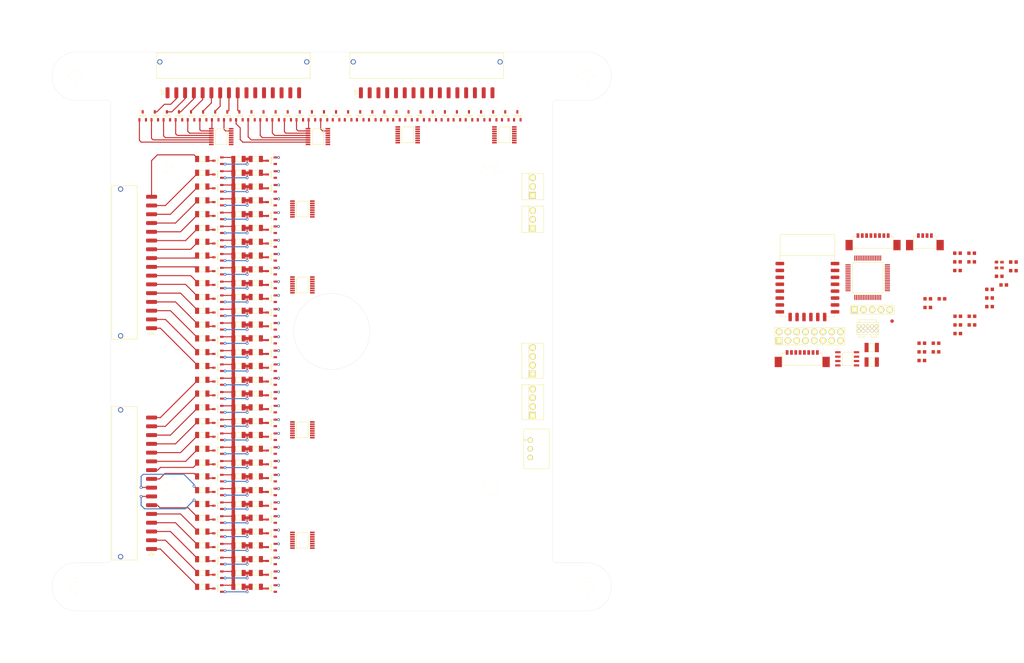
<source format=kicad_pcb>
(kicad_pcb (version 20221018) (generator pcbnew)
  (title_block (date "2019-09-27") (rev "1"))
  (layers (0 "F.Cu" signal) (31 "B.Cu" signal) (34 "B.Paste" user) (35 "F.Paste" user) (36 "B.SilkS" user "B.Silkscreen") (37 "F.SilkS" user "F.Silkscreen") (38 "B.Mask" user) (39 "F.Mask" user) (44 "Edge.Cuts" user))
  (net 0 "")
  (net 1 "24v")
  (net 2 "3v3")
  (net 3 "/PSU_TX")
  (net 4 "/PSU_~{RUN}")
  (net 5 "/ESP_EN")
  (net 6 "/ESP_~{RST}")
  (net 7 "/ESP_TXD")
  (net 8 "/ESP_RXD")
  (net 9 "/SWCLK")
  (net 10 "/SWDIO")
  (net 11 "/UART_RX")
  (net 12 "/UART_TX")
  (net 13 "/STM32_STCP")
  (net 14 "/STM32_~{MR}")
  (net 15 "/STM32_~{OE}")
  (net 16 "/STM32_KDAT")
  (net 17 "/STM32_KCLK")
  (net 18 "/STM32_ADAT")
  (net 19 "/STM32_ACLK")
  (net 20 "/~{RST}")
  (net 21 "Net-(IC103-Pad7)")
  (net 22 "Net-(IC103-Pad6)")
  (net 23 "/Channels/GA1")
  (net 24 "/ADAT")
  (net 25 "/~{OE}")
  (net 26 "/STCP")
  (net 27 "/ACLK")
  (net 28 "/~{MR}")
  (net 29 "/Channels/GA8")
  (net 30 "/Channels/GA7")
  (net 31 "/Channels/GA6")
  (net 32 "/Channels/GA5")
  (net 33 "/Channels/GA4")
  (net 34 "/Channels/GA3")
  (net 35 "/Channels/GA2")
  (net 36 "/Channels/GA9")
  (net 37 "/Channels/GA16")
  (net 38 "/Channels/GA15")
  (net 39 "/Channels/GA14")
  (net 40 "/Channels/GA13")
  (net 41 "/Channels/GA12")
  (net 42 "/Channels/GA11")
  (net 43 "/Channels/GA10")
  (net 44 "/Channels/GA17")
  (net 45 "/Channels/GA24")
  (net 46 "/Channels/GA23")
  (net 47 "/Channels/GA22")
  (net 48 "/Channels/GA21")
  (net 49 "/Channels/GA20")
  (net 50 "/Channels/GA19")
  (net 51 "/Channels/GA18")
  (net 52 "/Channels/GA25")
  (net 53 "/Channels/GA32")
  (net 54 "/Channels/GA31")
  (net 55 "/Channels/GA30")
  (net 56 "/Channels/GA29")
  (net 57 "/Channels/GA28")
  (net 58 "/Channels/GA27")
  (net 59 "/Channels/GA26")
  (net 60 "/Channels/GK1")
  (net 61 "/KDAT")
  (net 62 "/KCLK")
  (net 63 "/Channels/GK8")
  (net 64 "/Channels/GK7")
  (net 65 "/Channels/GK6")
  (net 66 "/Channels/GK5")
  (net 67 "/Channels/GK4")
  (net 68 "/Channels/GK3")
  (net 69 "/Channels/GK2")
  (net 70 "/Channels/GK9")
  (net 71 "/Channels/GK16")
  (net 72 "/Channels/GK15")
  (net 73 "/Channels/GK14")
  (net 74 "/Channels/GK13")
  (net 75 "/Channels/GK12")
  (net 76 "/Channels/GK11")
  (net 77 "/Channels/GK10")
  (net 78 "/Channels/GK17")
  (net 79 "/Channels/GK24")
  (net 80 "/Channels/GK23")
  (net 81 "/Channels/GK22")
  (net 82 "/Channels/GK21")
  (net 83 "/Channels/GK20")
  (net 84 "/Channels/GK19")
  (net 85 "/Channels/GK18")
  (net 86 "/Channels/GK25")
  (net 87 "/Channels/GK32")
  (net 88 "/Channels/GK31")
  (net 89 "/Channels/GK30")
  (net 90 "/Channels/GK29")
  (net 91 "/Channels/GK28")
  (net 92 "/Channels/GK27")
  (net 93 "/Channels/GK26")
  (net 94 "Net-(J102-Pad2)")
  (net 95 "400V")
  (net 96 "/Channels/A32")
  (net 97 "/Channels/A31")
  (net 98 "/Channels/A30")
  (net 99 "/Channels/A29")
  (net 100 "/Channels/A28")
  (net 101 "/Channels/A27")
  (net 102 "/Channels/A26")
  (net 103 "/Channels/A25")
  (net 104 "/Channels/A24")
  (net 105 "/Channels/A23")
  (net 106 "/Channels/A22")
  (net 107 "/Channels/A21")
  (net 108 "/Channels/A20")
  (net 109 "/Channels/A19")
  (net 110 "/Channels/A18")
  (net 111 "/Channels/A17")
  (net 112 "/Channels/A16")
  (net 113 "/Channels/A15")
  (net 114 "/Channels/A14")
  (net 115 "/Channels/A13")
  (net 116 "/Channels/A12")
  (net 117 "/Channels/A11")
  (net 118 "/Channels/A10")
  (net 119 "/Channels/A9")
  (net 120 "/Channels/A8")
  (net 121 "/Channels/A7")
  (net 122 "/Channels/A6")
  (net 123 "/Channels/A5")
  (net 124 "/Channels/A4")
  (net 125 "/Channels/A3")
  (net 126 "/Channels/A2")
  (net 127 "/Channels/A1")
  (net 128 "/Channels/K32")
  (net 129 "/Channels/K31")
  (net 130 "/Channels/K30")
  (net 131 "/Channels/K29")
  (net 132 "/Channels/K24")
  (net 133 "/Channels/K27")
  (net 134 "/Channels/K28")
  (net 135 "/Channels/K25")
  (net 136 "/Channels/K22")
  (net 137 "/Channels/K23")
  (net 138 "/Channels/K26")
  (net 139 "/Channels/K21")
  (net 140 "/Channels/K20")
  (net 141 "/Channels/K19")
  (net 142 "/Channels/K18")
  (net 143 "/Channels/K17")
  (net 144 "/Channels/K16")
  (net 145 "/Channels/K15")
  (net 146 "/Channels/K14")
  (net 147 "/Channels/K13")
  (net 148 "/Channels/K12")
  (net 149 "/Channels/K11")
  (net 150 "/Channels/K10")
  (net 151 "/Channels/K9")
  (net 152 "/Channels/K8")
  (net 153 "/Channels/K7")
  (net 154 "/Channels/K6")
  (net 155 "/Channels/K5")
  (net 156 "/Channels/K4")
  (net 157 "/Channels/K3")
  (net 158 "/Channels/K2")
  (net 159 "/Channels/K1")
  (net 160 "Net-(P101-Pad8)")
  (net 161 "Net-(P101-Pad7)")
  (net 162 "Net-(P101-Pad6)")
  (net 163 "Net-(Q301-Pad3)")
  (net 164 "Net-(Q302-Pad3)")
  (net 165 "Net-(Q303-Pad3)")
  (net 166 "Net-(Q303-Pad1)")
  (net 167 "Net-(Q305-Pad3)")
  (net 168 "Net-(Q307-Pad3)")
  (net 169 "Net-(Q308-Pad3)")
  (net 170 "Net-(Q313-Pad3)")
  (net 171 "Net-(Q314-Pad3)")
  (net 172 "Net-(Q315-Pad3)")
  (net 173 "Net-(Q315-Pad1)")
  (net 174 "Net-(Q317-Pad3)")
  (net 175 "Net-(Q319-Pad3)")
  (net 176 "Net-(Q320-Pad3)")
  (net 177 "Net-(Q401-Pad3)")
  (net 178 "Net-(Q402-Pad3)")
  (net 179 "Net-(Q403-Pad3)")
  (net 180 "Net-(Q403-Pad1)")
  (net 181 "Net-(Q405-Pad3)")
  (net 182 "Net-(Q407-Pad3)")
  (net 183 "Net-(Q408-Pad3)")
  (net 184 "Net-(Q413-Pad3)")
  (net 185 "Net-(Q414-Pad3)")
  (net 186 "Net-(Q415-Pad3)")
  (net 187 "Net-(Q415-Pad1)")
  (net 188 "Net-(Q417-Pad3)")
  (net 189 "Net-(Q419-Pad3)")
  (net 190 "Net-(Q420-Pad3)")
  (net 191 "Net-(Q501-Pad3)")
  (net 192 "Net-(Q502-Pad3)")
  (net 193 "Net-(Q503-Pad3)")
  (net 194 "Net-(Q503-Pad1)")
  (net 195 "Net-(Q505-Pad3)")
  (net 196 "Net-(Q507-Pad3)")
  (net 197 "Net-(Q508-Pad3)")
  (net 198 "Net-(Q513-Pad3)")
  (net 199 "Net-(Q514-Pad3)")
  (net 200 "Net-(Q515-Pad3)")
  (net 201 "Net-(Q515-Pad1)")
  (net 202 "Net-(Q517-Pad3)")
  (net 203 "Net-(Q519-Pad3)")
  (net 204 "Net-(Q520-Pad3)")
  (net 205 "Net-(Q601-Pad3)")
  (net 206 "Net-(Q602-Pad3)")
  (net 207 "Net-(Q603-Pad3)")
  (net 208 "Net-(Q603-Pad1)")
  (net 209 "Net-(Q605-Pad3)")
  (net 210 "Net-(Q607-Pad3)")
  (net 211 "Net-(Q608-Pad3)")
  (net 212 "Net-(Q613-Pad3)")
  (net 213 "Net-(Q614-Pad3)")
  (net 214 "Net-(Q615-Pad3)")
  (net 215 "Net-(Q615-Pad1)")
  (net 216 "Net-(Q617-Pad3)")
  (net 217 "Net-(Q619-Pad3)")
  (net 218 "Net-(Q620-Pad3)")
  (net 219 "Net-(Y101-Pad1)")
  (net 220 "GND")
  (net 221 "Net-(C107-Pad1)")
  (net 222 "Net-(C109-Pad1)")
  (net 223 "Net-(C112-Pad1)")
  (net 224 "Net-(C115-Pad2)")
  (net 225 "Net-(C115-Pad1)")
  (net 226 "Net-(IC101-Pad62)")
  (net 227 "Net-(IC101-Pad61)")
  (net 228 "Net-(IC101-Pad59)")
  (net 229 "Net-(IC101-Pad56)")
  (net 230 "Net-(IC101-Pad55)")
  (net 231 "Net-(IC101-Pad54)")
  (net 232 "Net-(IC101-Pad53)")
  (net 233 "Net-(IC101-Pad50)")
  (net 234 "Net-(IC101-Pad45)")
  (net 235 "Net-(IC101-Pad44)")
  (net 236 "Net-(IC101-Pad41)")
  (net 237 "Net-(IC101-Pad40)")
  (net 238 "Net-(IC101-Pad35)")
  (net 239 "Net-(IC101-Pad33)")
  (net 240 "Net-(IC101-Pad30)")
  (net 241 "Net-(IC101-Pad29)")
  (net 242 "Net-(IC101-Pad28)")
  (net 243 "Net-(IC101-Pad27)")
  (net 244 "Net-(IC101-Pad26)")
  (net 245 "Net-(IC101-Pad25)")
  (net 246 "Net-(IC101-Pad24)")
  (net 247 "Net-(IC101-Pad22)")
  (net 248 "Net-(IC101-Pad20)")
  (net 249 "Net-(IC101-Pad17)")
  (net 250 "Net-(IC101-Pad16)")
  (net 251 "Net-(IC101-Pad15)")
  (net 252 "Net-(IC101-Pad14)")
  (net 253 "Net-(IC101-Pad11)")
  (net 254 "Net-(IC101-Pad10)")
  (net 255 "Net-(IC101-Pad9)")
  (net 256 "Net-(IC101-Pad8)")
  (net 257 "Net-(IC101-Pad6)")
  (net 258 "Net-(IC101-Pad5)")
  (net 259 "Net-(IC101-Pad4)")
  (net 260 "Net-(IC101-Pad3)")
  (net 261 "Net-(IC101-Pad2)")
  (net 262 "Net-(IC104-Pad14)")
  (net 263 "Net-(IC104-Pad13)")
  (net 264 "Net-(IC104-Pad12)")
  (net 265 "Net-(IC104-Pad9)")
  (net 266 "Net-(IC104-Pad10)")
  (net 267 "Net-(IC104-Pad11)")
  (net 268 "Net-(IC104-Pad16)")
  (net 269 "Net-(IC104-Pad17)")
  (net 270 "Net-(IC104-Pad18)")
  (net 271 "Net-(IC104-Pad19)")
  (net 272 "Net-(IC104-Pad20)")
  (net 273 "Net-(IC104-Pad7)")
  (net 274 "Net-(IC104-Pad6)")
  (net 275 "Net-(IC104-Pad5)")
  (net 276 "Net-(IC104-Pad4)")
  (net 277 "Net-(IC104-Pad2)")
  (net 278 "Net-(IC701-Pad9)")
  (net 279 "Net-(IC702-Pad9)")
  (net 280 "Net-(IC703-Pad9)")
  (net 281 "Net-(IC704-Pad9)")
  (net 282 "Net-(IC705-Pad9)")
  (net 283 "Net-(IC706-Pad9)")
  (net 284 "/Channels/AOUT")
  (net 285 "/Channels/KOUT")
  (net 286 "Net-(Q305-Pad1)")
  (net 287 "Net-(Q309-Pad3)")
  (net 288 "Net-(Q309-Pad1)")
  (net 289 "Net-(Q311-Pad3)")
  (net 290 "Net-(Q311-Pad1)")
  (net 291 "Net-(Q317-Pad1)")
  (net 292 "Net-(Q321-Pad3)")
  (net 293 "Net-(Q321-Pad1)")
  (net 294 "Net-(Q323-Pad3)")
  (net 295 "Net-(Q323-Pad1)")
  (net 296 "Net-(Q405-Pad1)")
  (net 297 "Net-(Q409-Pad3)")
  (net 298 "Net-(Q409-Pad1)")
  (net 299 "Net-(Q411-Pad3)")
  (net 300 "Net-(Q411-Pad1)")
  (net 301 "Net-(Q417-Pad1)")
  (net 302 "Net-(Q421-Pad3)")
  (net 303 "Net-(Q421-Pad1)")
  (net 304 "Net-(Q423-Pad3)")
  (net 305 "Net-(Q423-Pad1)")
  (net 306 "Net-(Q505-Pad1)")
  (net 307 "Net-(Q509-Pad3)")
  (net 308 "Net-(Q509-Pad1)")
  (net 309 "Net-(Q511-Pad3)")
  (net 310 "Net-(Q511-Pad1)")
  (net 311 "Net-(Q517-Pad1)")
  (net 312 "Net-(Q521-Pad3)")
  (net 313 "Net-(Q521-Pad1)")
  (net 314 "Net-(Q523-Pad3)")
  (net 315 "Net-(Q523-Pad1)")
  (net 316 "Net-(Q605-Pad1)")
  (net 317 "Net-(Q609-Pad3)")
  (net 318 "Net-(Q609-Pad1)")
  (net 319 "Net-(Q611-Pad3)")
  (net 320 "Net-(Q611-Pad1)")
  (net 321 "Net-(Q617-Pad1)")
  (net 322 "Net-(Q621-Pad3)")
  (net 323 "Net-(Q621-Pad1)")
  (net 324 "Net-(Q623-Pad3)")
  (net 325 "Net-(Q623-Pad1)")
  (net 326 "5v")
  (net 327 "Net-(J108-Pad2)")
  (net 328 "Net-(J109-Pad3)")
  (net 329 "Net-(J109-Pad2)")
  (footprint "agg:0603" (layer "F.Cu") (at 320.63 112.51)
    (fp_text reference "C101")
    (fp_text value "100n")
  )
  (footprint "agg:0603" (layer "F.Cu") (at 311.42 124.1)
    (fp_text reference "C102")
    (fp_text value "2µ2")
  )
  (footprint "agg:0603" (layer "F.Cu") (at 323.43 108.38)
    (fp_text reference "C103")
    (fp_text value "100n")
  )
  (footprint "agg:0603" (layer "F.Cu") (at 316.52 116.29)
    (fp_text reference "C104")
    (fp_text value "100n")
  )
  (footprint "agg:0603" (layer "F.Cu") (at 301.01 131.91)
    (fp_text reference "C105")
    (fp_text value "2µ2")
  )
  (footprint "agg:0603" (layer "F.Cu") (at 311.42 121.59)
    (fp_text reference "C106")
    (fp_text value "100n")
  )
  (footprint "agg:0603" (layer "F.Cu") (at 301.01 129.4)
    (fp_text reference "C107")
    (fp_text value "2µ2")
  )
  (footprint "agg:0603" (layer "F.Cu") (at 319.32 110)
    (fp_text reference "C108")
    (fp_text value "100n")
  )
  (footprint "agg:0603" (layer "F.Cu") (at 307.31 121.59)
    (fp_text reference "C109")
    (fp_text value "2µ2")
  )
  (footprint "agg:1210" (layer "F.Cu") (at 282.39 130.65)
    (fp_text reference "C110")
    (fp_text value "10µ")
  )
  (footprint "agg:1210" (layer "F.Cu") (at 282.39 134.86)
    (fp_text reference "C111")
    (fp_text value "10µ")
  )
  (footprint "agg:0603" (layer "F.Cu") (at 296.9 129.4)
    (fp_text reference "C112")
    (fp_text value "2µ2")
  )
  (footprint "agg:0603" (layer "F.Cu") (at 296.9 131.91)
    (fp_text reference "C113")
    (fp_text value "100n")
  )
  (footprint "agg:0603" (layer "F.Cu") (at 323.43 105.87)
    (fp_text reference "C114")
    (fp_text value "100n")
  )
  (footprint "agg:0603" (layer "F.Cu") (at 307.31 124.1)
    (fp_text reference "C115")
    (fp_text value "100n")
  )
  (footprint "agg:0603" (layer "F.Cu") (at 307.23 108.33)
    (fp_text reference "C701")
    (fp_text value "100n")
  )
  (footprint "agg:0603" (layer "F.Cu") (at 307.23 103.31)
    (fp_text reference "C702")
    (fp_text value "100n")
  )
  (footprint "agg:0603" (layer "F.Cu") (at 311.34 105.82)
    (fp_text reference "C703")
    (fp_text value "100n")
  )
  (footprint "agg:0603" (layer "F.Cu") (at 302.73 116.53)
    (fp_text reference "C704")
    (fp_text value "100n")
  )
  (footprint "agg:0603" (layer "F.Cu") (at 298.62 119.04)
    (fp_text reference "C705")
    (fp_text value "100n")
  )
  (footprint "agg:0603" (layer "F.Cu") (at 307.23 105.82)
    (fp_text reference "C706")
    (fp_text value "100n")
  )
  (footprint "agg:0603" (layer "F.Cu") (at 298.62 116.53)
    (fp_text reference "C707")
    (fp_text value "100n")
  )
  (footprint "agg:0603" (layer "F.Cu") (at 311.34 103.31)
    (fp_text reference "C708")
    (fp_text value "100n")
  )
  (footprint "agg:0603" (layer "F.Cu") (at 307.31 126.61)
    (fp_text reference "D101")
    (fp_text value "ESD_DIODE")
  )
  (footprint "agg:0603" (layer "F.Cu") (at 316.52 113.78)
    (fp_text reference "D102")
    (fp_text value "ESD_DIODE")
  )
  (footprint "agg:0603" (layer "F.Cu") (at 316.52 118.8)
    (fp_text reference "D103")
    (fp_text value "ESD_DIODE")
  )
  (footprint "agg:LQFP-64" (layer "F.Cu") (at 281.23 110.42)
    (fp_text reference "IC101")
    (fp_text value "STM32F405RxTx")
  )
  (footprint "agg:TSR1" (layer "F.Cu") (at 183.5 160 -90)
    (fp_text reference "IC102")
    (fp_text value "TSR 1-2450")
  )
  (footprint "agg:SOIC-8" (layer "F.Cu") (at 275.28 133.93)
    (fp_text reference "IC103")
    (fp_text value "ADuM1201")
  )
  (footprint "agg:ESP-12" (layer "F.Cu") (at 263.77 106.31)
    (fp_text reference "IC104")
    (fp_text value "ESP-12")
  )
  (footprint "agg:TSSOP-16" (layer "F.Cu") (at 117.5 186.5)
    (fp_text reference "IC701")
    (fp_text value "74HC595")
  )
  (footprint "agg:TSSOP-16" (layer "F.Cu") (at 176 69)
    (fp_text reference "IC702")
    (fp_text value "74HC595")
  )
  (footprint "agg:TSSOP-16" (layer "F.Cu") (at 117.5 154.5)
    (fp_text reference "IC703")
    (fp_text value "74HC595")
  )
  (footprint "agg:TSSOP-16" (layer "F.Cu") (at 148 69)
    (fp_text reference "IC704")
    (fp_text value "74HC595")
  )
  (footprint "agg:TSSOP-16" (layer "F.Cu") (at 117.5 112.5)
    (fp_text reference "IC705")
    (fp_text value "74HC595")
  )
  (footprint "agg:TSSOP-16" (layer "F.Cu") (at 122 69.5)
    (fp_text reference "IC706")
    (fp_text value "74HC595")
  )
  (footprint "agg:TSSOP-16" (layer "F.Cu") (at 94 69.5)
    (fp_text reference "IC708")
    (fp_text value "74HC595")
  )
  (footprint "agg:MOLEX-KK-254P-04" (layer "F.Cu") (at 184.2 146.5 90)
    (fp_text reference "J101")
    (fp_text value "PSU")
  )
  (footprint "agg:MOLEX-KK-254P-03" (layer "F.Cu") (at 184.2 93.5 90)
    (fp_text reference "J102")
    (fp_text value "HV")
  )
  (footprint "agg:MOLEX-PICOBLADE-53398-0871" (layer "F.Cu") (at 282.78 98.21)
    (fp_text reference "J103")
    (fp_text value "SREG_IN")
  )
  (footprint "agg:DIL-254P-16" (layer "F.Cu") (at 264.47 127.37)
    (fp_text reference "J104")
    (fp_text value "DRIVE")
  )
  (footprint "agg:MOLEX-PICOBLADE-53398-0471" (layer "F.Cu") (at 297.79 98.21)
    (fp_text reference "J105")
    (fp_text value "UART")
  )
  (footprint "agg:MOLEX-PICOBLADE-53398-0871" (layer "F.Cu") (at 262.27 132.08)
    (fp_text reference "J106")
    (fp_text value "SREG_OUT")
  )
  (footprint "agg:SIL-254P-05" (layer "F.Cu") (at 282.53 119.68)
    (fp_text reference "J107")
    (fp_text value "ESP_FLASH")
  )
  (footprint "agg:0603" (layer "F.Cu") (at 296.9 134.42)
    (fp_text reference "L101")
    (fp_text value "FB")
  )
  (footprint "agg:FTSH-105-01-F-D-K" (layer "F.Cu") (at 281.23 125.14)
    (fp_text reference "P101")
    (fp_text value "SWD")
  )
  (footprint "agg:SOT-23" (layer "F.Cu") (at 179.75 63.5 90)
    (fp_text reference "Q304")
    (fp_text value "DMN60H080DS-7")
  )
  (footprint "agg:SOT-23" (layer "F.Cu") (at 165.75 63.5 90)
    (fp_text reference "Q306")
    (fp_text value "DMN60H080DS-7")
  )
  (footprint "agg:SOT-23" (layer "F.Cu") (at 176.25 63.5 90)
    (fp_text reference "Q310")
    (fp_text value "DMN60H080DS-7")
  )
  (footprint "agg:SOT-23" (layer "F.Cu") (at 162.25 63.5 90)
    (fp_text reference "Q312")
    (fp_text value "DMN60H080DS-7")
  )
  (footprint "agg:SOT-23" (layer "F.Cu") (at 172.75 63.5 90)
    (fp_text reference "Q316")
    (fp_text value "DMN60H080DS-7")
  )
  (footprint "agg:SOT-23" (layer "F.Cu") (at 158.78 63.5 90)
    (fp_text reference "Q318")
    (fp_text value "DMN60H080DS-7")
  )
  (footprint "agg:SOT-23" (layer "F.Cu") (at 169.25 63.5 90)
    (fp_text reference "Q322")
    (fp_text value "DMN60H080DS-7")
  )
  (footprint "agg:SOT-23" (layer "F.Cu") (at 155.25 63.5 90)
    (fp_text reference "Q324")
    (fp_text value "DMN60H080DS-7")
  )
  (footprint "agg:SOT-23" (layer "F.Cu") (at 151.75 63.5 90)
    (fp_text reference "Q404")
    (fp_text value "DMN60H080DS-7")
  )
  (footprint "agg:SOT-23" (layer "F.Cu") (at 137.75 63.5 90)
    (fp_text reference "Q406")
    (fp_text value "DMN60H080DS-7")
  )
  (footprint "agg:SOT-23" (layer "F.Cu") (at 148.25 63.5 90)
    (fp_text reference "Q410")
    (fp_text value "DMN60H080DS-7")
  )
  (footprint "agg:SOT-23" (layer "F.Cu") (at 134.25 63.5 90)
    (fp_text reference "Q412")
    (fp_text value "DMN60H080DS-7")
  )
  (footprint "agg:SOT-23" (layer "F.Cu") (at 144.75 63.5 90)
    (fp_text reference "Q416")
    (fp_text value "DMN60H080DS-7")
  )
  (footprint "agg:SOT-23" (layer "F.Cu") (at 130.75 63.5 90)
    (fp_text reference "Q418")
    (fp_text value "DMN60H080DS-7")
  )
  (footprint "agg:SOT-23" (layer "F.Cu") (at 141.25 63.5 90)
    (fp_text reference "Q422")
    (fp_text value "DMN60H080DS-7")
  )
  (footprint "agg:SOT-23" (layer "F.Cu") (at 127.25 63.5 90)
    (fp_text reference "Q424")
    (fp_text value "DMN60H080DS-7")
  )
  (footprint "agg:SOT-23" (layer "F.Cu") (at 123.75 63.5 90)
    (fp_text reference "Q504")
    (fp_text value "DMN60H080DS-7")
  )
  (footprint "agg:SOT-23" (layer "F.Cu") (at 109.75 63.5 90)
    (fp_text reference "Q506")
    (fp_text value "DMN60H080DS-7")
  )
  (footprint "agg:SOT-23" (layer "F.Cu") (at 120.25 63.5 90)
    (fp_text reference "Q510")
    (fp_text value "DMN60H080DS-7")
  )
  (footprint "agg:SOT-23" (layer "F.Cu") (at 106.25 63.5 90)
    (fp_text reference "Q512")
    (fp_text value "DMN60H080DS-7")
  )
  (footprint "agg:SOT-23" (layer "F.Cu") (at 116.75 63.5 90)
    (fp_text reference "Q516")
    (fp_text value "DMN60H080DS-7")
  )
  (footprint "agg:SOT-23" (layer "F.Cu") (at 102.75 63.5 90)
    (fp_text reference "Q518")
    (fp_text value "DMN60H080DS-7")
  )
  (footprint "agg:SOT-23" (layer "F.Cu") (at 113.25 63.5 90)
    (fp_text reference "Q522")
    (fp_text value "DMN60H080DS-7")
  )
  (footprint "agg:SOT-23" (layer "F.Cu") (at 99.25 63.5 90)
    (fp_text reference "Q524")
    (fp_text value "DMN60H080DS-7")
  )
  (footprint "agg:SOT-23" (layer "F.Cu") (at 95.75 63.5 90)
    (fp_text reference "Q604")
    (fp_text value "DMN60H080DS-7")
  )
  (footprint "agg:SOT-23" (layer "F.Cu") (at 81.75 63.5 90)
    (fp_text reference "Q606")
    (fp_text value "DMN60H080DS-7")
  )
  (footprint "agg:SOT-23" (layer "F.Cu") (at 92.25 63.5 90)
    (fp_text reference "Q610")
    (fp_text value "DMN60H080DS-7")
  )
  (footprint "agg:SOT-23" (layer "F.Cu") (at 78.25 63.5 90)
    (fp_text reference "Q612")
    (fp_text value "DMN60H080DS-7")
  )
  (footprint "agg:SOT-23" (layer "F.Cu") (at 88.75 63.5 90)
    (fp_text reference "Q616")
    (fp_text value "DMN60H080DS-7")
  )
  (footprint "agg:SOT-23" (layer "F.Cu") (at 74.75 63.5 90)
    (fp_text reference "Q618")
    (fp_text value "DMN60H080DS-7")
  )
  (footprint "agg:SOT-23" (layer "F.Cu") (at 85.25 63.5 90)
    (fp_text reference "Q622")
    (fp_text value "DMN60H080DS-7")
  )
  (footprint "agg:SOT-23" (layer "F.Cu") (at 71.25 63.5 90)
    (fp_text reference "Q624")
    (fp_text value "DMN60H080DS-7")
  )
  (footprint "agg:TESTPAD" (layer "F.Cu") (at 288.29 122.99)
    (fp_text reference "TP101" hide)
    (fp_text value "TESTPAD" hide)
  )
  (footprint "agg:M3_MOUNT" (layer "F.Cu") (at 52 52)
    (fp_text reference "X101" hide)
    (fp_text value "M3 MOUNT" hide)
  )
  (footprint "agg:M3_MOUNT" (layer "F.Cu") (at 200 52)
    (fp_text reference "X102" hide)
    (fp_text value "M3 MOUNT" hide)
  )
  (footprint "agg:M3_MOUNT" (layer "F.Cu") (at 200 200)
    (fp_text reference "X103" hide)
    (fp_text value "M3 MOUNT" hide)
  )
  (footprint "agg:M3_MOUNT" (layer "F.Cu") (at 52 200)
    (fp_text reference "X104" hide)
    (fp_text value "M3 MOUNT" hide)
  )
  (footprint "agg:M3_MOUNT" (layer "F.Cu") (at 80 80)
    (fp_text reference "X105" hide)
    (fp_text value "M3 MOUNT" hide)
  )
  (footprint "agg:M3_MOUNT" (layer "F.Cu") (at 172 80)
    (fp_text reference "X106" hide)
    (fp_text value "M3 MOUNT" hide)
  )
  (footprint "agg:M3_MOUNT" (layer "F.Cu") (at 172 172)
    (fp_text reference "X107" hide)
    (fp_text value "M3 MOUNT" hide)
  )
  (footprint "agg:M3_MOUNT" (layer "F.Cu") (at 80 172)
    (fp_text reference "X108" hide)
    (fp_text value "M3 MOUNT" hide)
  )
  (footprint "agg:XTAL-25x20" (layer "F.Cu") (at 319.32 106.74)
    (fp_text reference "Y101")
    (fp_text value "26M")
  )
  (footprint "agg:1206" (layer "F.Cu") (at 104 76)
    (fp_text reference "R620")
    (fp_text value "10k")
  )
  (footprint "agg:1206" (layer "F.Cu") (at 104 92)
    (fp_text reference "R619")
    (fp_text value "10k")
  )
  (footprint "agg:1206" (layer "F.Cu") (at 88.5 84 180)
    (fp_text reference "R612")
    (fp_text value "93k1")
  )
  (footprint "agg:1206" (layer "F.Cu") (at 88.5 140 180)
    (fp_text reference "R424")
    (fp_text value "93k1")
  )
  (footprint "agg:1206" (layer "F.Cu") (at 104 136)
    (fp_text reference "R501")
    (fp_text value "10k")
  )
  (footprint "agg:1206" (layer "F.Cu") (at 104 120)
    (fp_text reference "R502")
    (fp_text value "10k")
  )
  (footprint "agg:SOT-23" (layer "F.Cu") (at 108.5 104.5 180)
    (fp_text reference "Q601")
    (fp_text value "DMN60H080DS-7")
  )
  (footprint "agg:1206" (layer "F.Cu") (at 99 120 180)
    (fp_text reference "R504")
    (fp_text value "10k")
  )
  (footprint "agg:1206" (layer "F.Cu") (at 88.5 136 180)
    (fp_text reference "R505")
    (fp_text value "93k1")
  )
  (footprint "agg:1206" (layer "F.Cu") (at 88.5 120 180)
    (fp_text reference "R506")
    (fp_text value "93k1")
  )
  (footprint "agg:1206" (layer "F.Cu") (at 104 132)
    (fp_text reference "R507")
    (fp_text value "10k")
  )
  (footprint "agg:1206" (layer "F.Cu") (at 104 116)
    (fp_text reference "R508")
    (fp_text value "10k")
  )
  (footprint "agg:1206" (layer "F.Cu") (at 99 132 180)
    (fp_text reference "R509")
    (fp_text value "10k")
  )
  (footprint "agg:1206" (layer "F.Cu") (at 99 116 180)
    (fp_text reference "R510")
    (fp_text value "10k")
  )
  (footprint "agg:1206" (layer "F.Cu") (at 88.5 132 180)
    (fp_text reference "R511")
    (fp_text value "93k1")
  )
  (footprint "agg:1206" (layer "F.Cu") (at 88.5 116 180)
    (fp_text reference "R512")
    (fp_text value "93k1")
  )
  (footprint "agg:1206" (layer "F.Cu") (at 104 128)
    (fp_text reference "R513")
    (fp_text value "10k")
  )
  (footprint "agg:1206" (layer "F.Cu") (at 104 112)
    (fp_text reference "R514")
    (fp_text value "10k")
  )
  (footprint "agg:1206" (layer "F.Cu") (at 99 128 180)
    (fp_text reference "R515")
    (fp_text value "10k")
  )
  (footprint "agg:SOT-23" (layer "F.Cu") (at 108.5 200.5 180)
    (fp_text reference "Q301")
    (fp_text value "DMN60H080DS-7")
  )
  (footprint "agg:SOT-23" (layer "F.Cu") (at 108.5 184.5 180)
    (fp_text reference "Q302")
    (fp_text value "DMN60H080DS-7")
  )
  (footprint "agg:SOT-23" (layer "F.Cu") (at 93 200.5 180)
    (fp_text reference "Q303")
    (fp_text value "PBHV9050T,215")
  )
  (footprint "agg:SOT-23" (layer "F.Cu") (at 93 184.5 180)
    (fp_text reference "Q305")
    (fp_text value "PBHV9050T,215")
  )
  (footprint "agg:SOT-23" (layer "F.Cu") (at 108.5 196.5 180)
    (fp_text reference "Q307")
    (fp_text value "DMN60H080DS-7")
  )
  (footprint "agg:SOT-23" (layer "F.Cu") (at 108.5 180.5 180)
    (fp_text reference "Q308")
    (fp_text value "DMN60H080DS-7")
  )
  (footprint "agg:SOT-23" (layer "F.Cu") (at 93 196.5 180)
    (fp_text reference "Q309")
    (fp_text value "PBHV9050T,215")
  )
  (footprint "agg:SOT-23" (layer "F.Cu") (at 93 180.5 180)
    (fp_text reference "Q311")
    (fp_text value "PBHV9050T,215")
  )
  (footprint "agg:SOT-23" (layer "F.Cu") (at 108.5 192.5 180)
    (fp_text reference "Q313")
    (fp_text value "DMN60H080DS-7")
  )
  (footprint "agg:SOT-23" (layer "F.Cu") (at 93 192.5 180)
    (fp_text reference "Q315")
    (fp_text value "PBHV9050T,215")
  )
  (footprint "agg:SOT-23" (layer "F.Cu") (at 93 176.5 180)
    (fp_text reference "Q317")
    (fp_text value "PBHV9050T,215")
  )
  (footprint "agg:SOT-23" (layer "F.Cu") (at 108.5 188.5 180)
    (fp_text reference "Q319")
    (fp_text value "DMN60H080DS-7")
  )
  (footprint "agg:SOT-23" (layer "F.Cu") (at 108.5 172.5 180)
    (fp_text reference "Q320")
    (fp_text value "DMN60H080DS-7")
  )
  (footprint "agg:SOT-23" (layer "F.Cu") (at 93 188.5 180)
    (fp_text reference "Q321")
    (fp_text value "PBHV9050T,215")
  )
  (footprint "agg:SOT-23" (layer "F.Cu") (at 93 172.5 180)
    (fp_text reference "Q323")
    (fp_text value "PBHV9050T,215")
  )
  (footprint "agg:SOT-23" (layer "F.Cu") (at 108.5 168.5 180)
    (fp_text reference "Q401")
    (fp_text value "DMN60H080DS-7")
  )
  (footprint "agg:SOT-23" (layer "F.Cu") (at 108.5 152.5 180)
    (fp_text reference "Q402")
    (fp_text value "DMN60H080DS-7")
  )
  (footprint "agg:SOT-23" (layer "F.Cu") (at 93 168.5 180)
    (fp_text reference "Q403")
    (fp_text value "PBHV9050T,215")
  )
  (footprint "agg:SOT-23" (layer "F.Cu") (at 93 152.5 180)
    (fp_text reference "Q405")
    (fp_text value "PBHV9050T,215")
  )
  (footprint "agg:SOT-23" (layer "F.Cu") (at 108.5 164.5 180)
    (fp_text reference "Q407")
    (fp_text value "DMN60H080DS-7")
  )
  (footprint "agg:SOT-23" (layer "F.Cu") (at 108.5 148.5 180)
    (fp_text reference "Q408")
    (fp_text value "DMN60H080DS-7")
  )
  (footprint "agg:SOT-23" (layer "F.Cu") (at 93 164.5 180)
    (fp_text reference "Q409")
    (fp_text value "PBHV9050T,215")
  )
  (footprint "agg:SOT-23" (layer "F.Cu") (at 93 148.5 180)
    (fp_text reference "Q411")
    (fp_text value "PBHV9050T,215")
  )
  (footprint "agg:SOT-23" (layer "F.Cu") (at 108.5 160.5 180)
    (fp_text reference "Q413")
    (fp_text value "DMN60H080DS-7")
  )
  (footprint "agg:SOT-23" (layer "F.Cu") (at 108.5 144.5 180)
    (fp_text reference "Q414")
    (fp_text value "DMN60H080DS-7")
  )
  (footprint "agg:SOT-23" (layer "F.Cu") (at 93 160.5 180)
    (fp_text reference "Q415")
    (fp_text value "PBHV9050T,215")
  )
  (footprint "agg:SOT-23" (layer "F.Cu") (at 93 144.5 180)
    (fp_text reference "Q417")
    (fp_text value "PBHV9050T,215")
  )
  (footprint "agg:SOT-23" (layer "F.Cu") (at 108.5 156.5 180)
    (fp_text reference "Q419")
    (fp_text value "DMN60H080DS-7")
  )
  (footprint "agg:SOT-23" (layer "F.Cu") (at 108.5 140.5 180)
    (fp_text reference "Q420")
    (fp_text value "DMN60H080DS-7")
  )
  (footprint "agg:SOT-23" (layer "F.Cu") (at 93 156.5 180)
    (fp_text reference "Q421")
    (fp_text value "PBHV9050T,215")
  )
  (footprint "agg:SOT-23" (layer "F.Cu") (at 93 140.5 180)
    (fp_text reference "Q423")
    (fp_text value "PBHV9050T,215")
  )
  (footprint "agg:SOT-23" (layer "F.Cu") (at 108.5 136.5 180)
    (fp_text reference "Q501")
    (fp_text value "DMN60H080DS-7")
  )
  (footprint "agg:SOT-23" (layer "F.Cu") (at 108.5 120.5 180)
    (fp_text reference "Q502")
    (fp_text value "DMN60H080DS-7")
  )
  (footprint "agg:SOT-23" (layer "F.Cu") (at 93 136.5 180)
    (fp_text reference "Q503")
    (fp_text value "PBHV9050T,215")
  )
  (footprint "agg:SOT-23" (layer "F.Cu") (at 93 120.5 180)
    (fp_text reference "Q505")
    (fp_text value "PBHV9050T,215")
  )
  (footprint "agg:SOT-23" (layer "F.Cu") (at 108.5 132.5 180)
    (fp_text reference "Q507")
    (fp_text value "DMN60H080DS-7")
  )
  (footprint "agg:SOT-23" (layer "F.Cu") (at 108.5 116.5 180)
    (fp_text reference "Q508")
    (fp_text value "DMN60H080DS-7")
  )
  (footprint "agg:SOT-23" (layer "F.Cu") (at 93 132.5 180)
    (fp_text reference "Q509")
    (fp_text value "PBHV9050T,215")
  )
  (footprint "agg:SOT-23" (layer "F.Cu") (at 93 116.5 180)
    (fp_text reference "Q511")
    (fp_text value "PBHV9050T,215")
  )
  (footprint "agg:SOT-23" (layer "F.Cu") (at 108.5 128.5 180)
    (fp_text reference "Q513")
    (fp_text value "DMN60H080DS-7")
  )
  (footprint "agg:SOT-23" (layer "F.Cu") (at 108.5 112.5 180)
    (fp_text reference "Q514")
    (fp_text value "DMN60H080DS-7")
  )
  (footprint "agg:SOT-23" (layer "F.Cu") (at 93 128.5 180)
    (fp_text reference "Q515")
    (fp_text value "PBHV9050T,215")
  )
  (footprint "agg:SOT-23" (layer "F.Cu") (at 93 112.5 180)
    (fp_text reference "Q517")
    (fp_text value "PBHV9050T,215")
  )
  (footprint "agg:SOT-23" (layer "F.Cu") (at 108.5 124.5 180)
    (fp_text reference "Q519")
    (fp_text value "DMN60H080DS-7")
  )
  (footprint "agg:SOT-23" (layer "F.Cu") (at 108.5 108.5 180)
    (fp_text reference "Q520")
    (fp_text value "DMN60H080DS-7")
  )
  (footprint "agg:SOT-23" (layer "F.Cu") (at 93 124.5 180)
    (fp_text reference "Q521")
    (fp_text value "PBHV9050T,215")
  )
  (footprint "agg:SOT-23" (layer "F.Cu") (at 93 108.5 180)
    (fp_text reference "Q523")
    (fp_text value "PBHV9050T,215")
  )
  (footprint "agg:SOT-23" (layer "F.Cu") (at 108.5 88.5 180)
    (fp_text reference "Q602")
    (fp_text value "DMN60H080DS-7")
  )
  (footprint "agg:SOT-23" (layer "F.Cu") (at 93 104.5 180)
    (fp_text reference "Q603")
    (fp_text value "PBHV9050T,215")
  )
  (footprint "agg:SOT-23" (layer "F.Cu") (at 93 88.5 180)
    (fp_text reference "Q605")
    (fp_text value "PBHV9050T,215")
  )
  (footprint "agg:SOT-23" (layer "F.Cu") (at 108.5 100.5 180)
    (fp_text reference "Q607")
    (fp_text value "DMN60H080DS-7")
  )
  (footprint "agg:SOT-23" (layer "F.Cu") (at 108.5 84.5 180)
    (fp_text reference "Q608")
    (fp_text value "DMN60H080DS-7")
  )
  (footprint "agg:SOT-23" (layer "F.Cu") (at 93 100.5 180)
    (fp_text reference "Q609")
    (fp_text value "PBHV9050T,215")
  )
  (footprint "agg:SOT-23" (layer "F.Cu") (at 93 84.5 180)
    (fp_text reference "Q611")
    (fp_text value "PBHV9050T,215")
  )
  (footprint "agg:SOT-23" (layer "F.Cu") (at 108.5 96.5 180)
    (fp_text reference "Q613")
    (fp_text value "DMN60H080DS-7")
  )
  (footprint "agg:SOT-23" (layer "F.Cu") (at 108.5 80.5 180)
    (fp_text reference "Q614")
    (fp_text value "DMN60H080DS-7")
  )
  (footprint "agg:SOT-23" (layer "F.Cu") (at 93 96.5 180)
    (fp_text reference "Q615")
    (fp_text value "PBHV9050T,215")
  )
  (footprint "agg:SOT-23" (layer "F.Cu") (at 93 80.5 180)
    (fp_text reference "Q617")
    (fp_text value "PBHV9050T,215")
  )
  (footprint "agg:SOT-23" (layer "F.Cu") (at 108.5 92.5 180)
    (fp_text reference "Q619")
    (fp_text value "DMN60H080DS-7")
  )
  (footprint "agg:SOT-23" (layer "F.Cu") (at 108.5 76.5 180)
    (fp_text reference "Q620")
    (fp_text value "DMN60H080DS-7")
  )
  (footprint "agg:SOT-23" (layer "F.Cu") (at 93 92.5 180)
    (fp_text reference "Q621")
    (fp_text value "PBHV9050T,215")
  )
  (footprint "agg:SOT-23" (layer "F.Cu") (at 93 76.5 180)
    (fp_text reference "Q623")
    (fp_text value "PBHV9050T,215")
  )
  (footprint "agg:1206" (layer "F.Cu") (at 104 200)
    (fp_text reference "R301")
    (fp_text value "10k")
  )
  (footprint "agg:1206" (layer "F.Cu") (at 104 184)
    (fp_text reference "R302")
    (fp_text value "10k")
  )
  (footprint "agg:1206" (layer "F.Cu") (at 99 200 180)
    (fp_text reference "R303")
    (fp_text value "10k")
  )
  (footprint "agg:1206" (layer "F.Cu") (at 99 184 180)
    (fp_text reference "R304")
    (fp_text value "10k")
  )
  (footprint "agg:1206" (layer "F.Cu") (at 88.5 200 180)
    (fp_text reference "R305")
    (fp_text value "93k1")
  )
  (footprint "agg:SOT-23" (layer "F.Cu") (at 108.5 176.5 180)
    (fp_text reference "Q314")
    (fp_text value "DMN60H080DS-7")
  )
  (footprint "agg:1206" (layer "F.Cu") (at 104 196)
    (fp_text reference "R307")
    (fp_text value "10k")
  )
  (footprint "agg:1206" (layer "F.Cu") (at 104 180)
    (fp_text reference "R308")
    (fp_text value "10k")
  )
  (footprint "agg:1206" (layer "F.Cu") (at 99 196 180)
    (fp_text reference "R309")
    (fp_text value "10k")
  )
  (footprint "agg:1206" (layer "F.Cu") (at 99 180 180)
    (fp_text reference "R310")
    (fp_text value "10k")
  )
  (footprint "agg:1206" (layer "F.Cu") (at 88.5 196 180)
    (fp_text reference "R311")
    (fp_text value "93k1")
  )
  (footprint "agg:1206" (layer "F.Cu") (at 88.5 180 180)
    (fp_text reference "R312")
    (fp_text value "93k1")
  )
  (footprint "agg:1206" (layer "F.Cu") (at 104 192)
    (fp_text reference "R313")
    (fp_text value "10k")
  )
  (footprint "agg:1206" (layer "F.Cu") (at 104 176)
    (fp_text reference "R314")
    (fp_text value "10k")
  )
  (footprint "agg:1206" (layer "F.Cu") (at 99 192 180)
    (fp_text reference "R315")
    (fp_text value "10k")
  )
  (footprint "agg:1206" (layer "F.Cu") (at 99 176 180)
    (fp_text reference "R316")
    (fp_text value "10k")
  )
  (footprint "agg:1206" (layer "F.Cu") (at 88.5 192 180)
    (fp_text reference "R317")
    (fp_text value "93k1")
  )
  (footprint "agg:1206" (layer "F.Cu") (at 88.5 176 180)
    (fp_text reference "R318")
    (fp_text value "93k1")
  )
  (footprint "agg:1206" (layer "F.Cu") (at 104 188)
    (fp_text reference "R319")
    (fp_text value "10k")
  )
  (footprint "agg:1206" (layer "F.Cu") (at 104 172)
    (fp_text reference "R320")
    (fp_text value "10k")
  )
  (footprint "agg:1206" (layer "F.Cu") (at 99 188 180)
    (fp_text reference "R321")
    (fp_text value "10k")
  )
  (footprint "agg:1206" (layer "F.Cu") (at 99 172 180)
    (fp_text reference "R322")
    (fp_text value "10k")
  )
  (footprint "agg:1206" (layer "F.Cu") (at 88.5 188 180)
    (fp_text reference "R323")
    (fp_text value "93k1")
  )
  (footprint "agg:1206" (layer "F.Cu") (at 88.5 172 180)
    (fp_text reference "R324")
    (fp_text value "93k1")
  )
  (footprint "agg:1206" (layer "F.Cu") (at 104 168)
    (fp_text reference "R401")
    (fp_text value "10k")
  )
  (footprint "agg:1206" (layer "F.Cu") (at 104 152)
    (fp_text reference "R402")
    (fp_text value "10k")
  )
  (footprint "agg:1206" (layer "F.Cu") (at 99 168 180)
    (fp_text reference "R403")
    (fp_text value "10k")
  )
  (footprint "agg:1206" (layer "F.Cu") (at 99 152 180)
    (fp_text reference "R404")
    (fp_text value "10k")
  )
  (footprint "agg:1206" (layer "F.Cu") (at 88.5 168 180)
    (fp_text reference "R405")
    (fp_text value "93k1")
  )
  (footprint "agg:1206" (layer "F.Cu") (at 88.5 152 180)
    (fp_text reference "R406")
    (fp_text value "93k1")
  )
  (footprint "agg:1206" (layer "F.Cu") (at 104 164)
    (fp_text reference "R407")
    (fp_text value "10k")
  )
  (footprint "agg:1206" (layer "F.Cu") (at 104 148)
    (fp_text reference "R408")
    (fp_text value "10k")
  )
  (footprint "agg:1206" (layer "F.Cu") (at 99 164 180)
    (fp_text reference "R409")
    (fp_text value "10k")
  )
  (footprint "agg:1206" (layer "F.Cu") (at 99 148 180)
    (fp_text reference "R410")
    (fp_text value "10k")
  )
  (footprint "agg:1206" (layer "F.Cu") (at 88.5 164 180)
    (fp_text reference "R411")
    (fp_text value "93k1")
  )
  (footprint "agg:1206" (layer "F.Cu") (at 88.5 148 180)
    (fp_text reference "R412")
    (fp_text value "93k1")
  )
  (footprint "agg:1206" (layer "F.Cu") (at 104 160)
    (fp_text reference "R413")
    (fp_text value "10k")
  )
  (footprint "agg:1206" (layer "F.Cu") (at 104 144)
    (fp_text reference "R414")
    (fp_text value "10k")
  )
  (footprint "agg:1206" (layer "F.Cu") (at 99 160 180)
    (fp_text reference "R415")
    (fp_text value "10k")
  )
  (footprint "agg:1206" (layer "F.Cu") (at 99 144 180)
    (fp_text reference "R416")
    (fp_text value "10k")
  )
  (footprint "agg:1206" (layer "F.Cu") (at 88.5 160 180)
    (fp_text reference "R417")
    (fp_text value "93k1")
  )
  (footprint "agg:1206" (layer "F.Cu") (at 88.5 144 180)
    (fp_text reference "R418")
    (fp_text value "93k1")
  )
  (footprint "agg:1206" (layer "F.Cu") (at 104 156)
    (fp_text reference "R419")
    (fp_text value "10k")
  )
  (footprint "agg:1206" (layer "F.Cu") (at 104 140)
    (fp_text reference "R420")
    (fp_text value "10k")
  )
  (footprint "agg:1206" (layer "F.Cu") (at 99 156 180)
    (fp_text reference "R421")
    (fp_text value "10k")
  )
  (footprint "agg:1206" (layer "F.Cu") (at 99 140 180)
    (fp_text reference "R422")
    (fp_text value "10k")
  )
  (footprint "agg:1206" (layer "F.Cu") (at 88.5 156 180)
    (fp_text reference "R423")
    (fp_text value "93k1")
  )
  (footprint "agg:1206" (layer "F.Cu") (at 88.5 96 180)
    (fp_text reference "R617")
    (fp_text value "93k1")
  )
  (footprint "agg:1206" (layer "F.Cu") (at 99 84 180)
    (fp_text reference "R610")
    (fp_text value "10k")
  )
  (footprint "agg:1206" (layer "F.Cu") (at 104 108)
    (fp_text reference "R520")
    (fp_text value "10k")
  )
  (footprint "agg:1206" (layer "F.Cu") (at 99 104 180)
    (fp_text reference "R603")
    (fp_text value "10k")
  )
  (footprint "agg:1206" (layer "F.Cu") (at 88.5 128 180)
    (fp_text reference "R517")
    (fp_text value "93k1")
  )
  (footprint "agg:1206" (layer "F.Cu") (at 88.5 108 180)
    (fp_text reference "R524")
    (fp_text value "93k1")
  )
  (footprint "agg:1206" (layer "F.Cu") (at 104 88)
    (fp_text reference "R602")
    (fp_text value "10k")
  )
  (footprint "agg:1206" (layer "F.Cu") (at 99 88 180)
    (fp_text reference "R604")
    (fp_text value "10k")
  )
  (footprint "agg:1206" (layer "F.Cu") (at 88.5 112 180)
    (fp_text reference "R518")
    (fp_text value "93k1")
  )
  (footprint "agg:1206" (layer "F.Cu") (at 104 84)
    (fp_text reference "R608")
    (fp_text value "10k")
  )
  (footprint "agg:1206" (layer "F.Cu") (at 104 124)
    (fp_text reference "R519")
    (fp_text value "10k")
  )
  (footprint "agg:1206" (layer "F.Cu") (at 88.5 76 180)
    (fp_text reference "R624")
    (fp_text value "93k1")
  )
  (footprint "agg:1206" (layer "F.Cu") (at 88.5 80 180)
    (fp_text reference "R618")
    (fp_text value "93k1")
  )
  (footprint "agg:1206" (layer "F.Cu") (at 99 112 180)
    (fp_text reference "R516")
    (fp_text value "10k")
  )
  (footprint "agg:1206" (layer "F.Cu") (at 99 108 180)
    (fp_text reference "R522")
    (fp_text value "10k")
  )
  (footprint "agg:1206" (layer "F.Cu") (at 88.5 184 180)
    (fp_text reference "R306")
    (fp_text value "93k1")
  )
  (footprint "agg:1206" (layer "F.Cu") (at 88.5 104 180)
    (fp_text reference "R605")
    (fp_text value "93k1")
  )
  (footprint "agg:1206" (layer "F.Cu") (at 99 92 180)
    (fp_text reference "R621")
    (fp_text value "10k")
  )
  (footprint "agg:1206" (layer "F.Cu") (at 88.5 100 180)
    (fp_text reference "R611")
    (fp_text value "93k1")
  )
  (footprint "agg:1206" (layer "F.Cu") (at 99 80 180)
    (fp_text reference "R616")
    (fp_text value "10k")
  )
  (footprint "agg:1206" (layer "F.Cu") (at 88.5 88 180)
    (fp_text reference "R606")
    (fp_text value "93k1")
  )
  (footprint "agg:1206" (layer "F.Cu") (at 88.5 92 180)
    (fp_text reference "R623")
    (fp_text value "93k1")
  )
  (footprint "agg:1206" (layer "F.Cu") (at 104 96)
    (fp_text reference "R613")
    (fp_text value "10k")
  )
  (footprint "agg:1206" (layer "F.Cu") (at 99 136 180)
    (fp_text reference "R503")
    (fp_text value "10k")
  )
  (footprint "agg:1206" (layer "F.Cu") (at 104 100)
    (fp_text reference "R607")
    (fp_text value "10k")
  )
  (footprint "agg:1206" (layer "F.Cu") (at 99 76 180)
    (fp_text reference "R622")
    (fp_text value "10k")
  )
  (footprint "agg:1206" (layer "F.Cu") (at 99 96 180)
    (fp_text reference "R615")
    (fp_text value "10k")
  )
  (footprint "agg:1206" (layer "F.Cu") (at 88.5 124 180)
    (fp_text reference "R523")
    (fp_text value "93k1")
  )
  (footprint "agg:1206" (layer "F.Cu") (at 99 124 180)
    (fp_text reference "R521")
    (fp_text value "10k")
  )
  (footprint "agg:1206" (layer "F.Cu") (at 104 104)
    (fp_text reference "R601")
    (fp_text value "10k")
  )
  (footprint "agg:1206" (layer "F.Cu") (at 99 100 180)
    (fp_text reference "R609")
    (fp_text value "10k")
  )
  (footprint "agg:1206" (layer "F.Cu") (at 104 80)
    (fp_text reference "R614")
    (fp_text value "10k")
  )
  (footprint "agg:TSSOP-16" (layer "F.Cu") (at 117.5 90.5)
    (fp_text reference "IC707")
    (fp_text value "74HC595")
  )
  (footprint "agg:MOLEX-KK-254P-03" (layer "F.Cu") (at 184.2 84 90)
    (fp_text reference "J108")
    (fp_text value "HV")
  )
  (footprint "agg:MOLEX-KK-254P-04" (layer "F.Cu") (at 184.2 134.5 90)
    (fp_text reference "J109")
    (fp_text value "PSU")
  )
  (footprint "agg:IPL1-116-02-L-SH" (layer "F.Cu") (at 69.75 170 90)
    (fp_text reference "J201")
    (fp_text value "A_1_16")
  )
  (footprint "agg:IPL1-116-02-L-SH" (layer "F.Cu") (at 69.75 106 90)
    (fp_text reference "J202")
    (fp_text value "A_17_32")
  )
  (footprint "agg:IPL1-116-02-L-SH" (layer "F.Cu") (at 153.5 52.75)
    (fp_text reference "J203")
    (fp_text value "K_1_16")
  )
  (footprint "agg:IPL1-116-02-L-SH" (layer "F.Cu") (at 97.5 52.75)
    (fp_text reference "J204")
    (fp_text value "K_1_16")
  )
  (gr_line (start 200 45) (end 52 45) (stroke (width 0.05)) (layer "Edge.Cuts"))
  (gr_line (start 62 192) (end 62 60) (stroke (width 0.05)) (layer "Edge.Cuts"))
  (gr_line (start 52 207) (end 200 207) (stroke (width 0.05)) (layer "Edge.Cuts"))
  (gr_line (start 190 192) (end 190 60) (stroke (width 0.05)) (layer "Edge.Cuts"))
  (gr_arc (start 52 59) (mid 45 52) (end 52 45) (stroke (width 0.05)) (layer "Edge.Cuts"))
  (gr_arc (start 61 59) (mid 61.707107 59.292893) (end 62 60) (stroke (width 0.05)) (layer "Edge.Cuts"))
  (gr_arc (start 200 193) (mid 207 200) (end 200 207) (stroke (width 0.05)) (layer "Edge.Cuts"))
  (gr_line (start 200 193) (end 191 193) (stroke (width 0.05)) (layer "Edge.Cuts"))
  (gr_line (start 200 59) (end 191 59) (stroke (width 0.05)) (layer "Edge.Cuts"))
  (gr_arc (start 62 192) (mid 61.707107 192.707107) (end 61 193) (stroke (width 0.05)) (layer "Edge.Cuts"))
  (gr_line (start 52 193) (end 61 193) (stroke (width 0.05)) (layer "Edge.Cuts"))
  (gr_circle (center 126 126) (end 137 126) (stroke (width 0.05)) (fill none) (layer "Edge.Cuts"))
  (gr_arc (start 52 207) (mid 45 200) (end 52 193) (stroke (width 0.05)) (layer "Edge.Cuts"))
  (gr_arc (start 200 45) (mid 207 52) (end 200 59) (stroke (width 0.05)) (layer "Edge.Cuts"))
  (gr_arc (start 191 193) (mid 190.292893 192.707107) (end 190 192) (stroke (width 0.05)) (layer "Edge.Cuts"))
  (gr_arc (start 190 60) (mid 190.292893 59.292893) (end 191 59) (stroke (width 0.05)) (layer "Edge.Cuts"))
  (gr_line (start 52 59) (end 61 59) (stroke (width 0.05)) (layer "Edge.Cuts"))
  (segment (start 122.8 67.3) (end 122.8 64.65) (width 0.3) (layer "F.Cu") (net 78))
  (segment (start 123.375 67.875) (end 122.8 67.3) (width 0.3) (layer "F.Cu") (net 78))
  (segment (start 124.875 67.875) (end 123.375 67.875) (width 0.3) (layer "F.Cu") (net 78))
  (segment (start 98.3 65.8) (end 98.3 64.65) (width 0.3) (layer "F.Cu") (net 79))
  (segment (start 99.5 70.4) (end 99.5 67) (width 0.3) (layer "F.Cu") (net 79))
  (segment (start 100.225 71.125) (end 99.5 70.4) (width 0.3) (layer "F.Cu") (net 79))
  (segment (start 99.5 67) (end 98.3 65.8) (width 0.3) (layer "F.Cu") (net 79))
  (segment (start 119.125 71.125) (end 100.225 71.125) (width 0.3) (layer "F.Cu") (net 79))
  (segment (start 119.125 70.475) (end 102.675 70.475) (width 0.3) (layer "F.Cu") (net 80))
  (segment (start 101.8 69.6) (end 101.8 64.65) (width 0.3) (layer "F.Cu") (net 80))
  (segment (start 102.675 70.475) (end 101.8 69.6) (width 0.3) (layer "F.Cu") (net 80))
  (segment (start 105.3 69.2) (end 105.3 64.65) (width 0.3) (layer "F.Cu") (net 81))
  (segment (start 119.125 69.825) (end 105.925 69.825) (width 0.3) (layer "F.Cu") (net 81))
  (segment (start 105.925 69.825) (end 105.3 69.2) (width 0.3) (layer "F.Cu") (net 81))
  (segment (start 108.8 68.5) (end 108.8 64.65) (width 0.3) (layer "F.Cu") (net 82))
  (segment (start 109.475 69.175) (end 108.8 68.5) (width 0.3) (layer "F.Cu") (net 82))
  (segment (start 119.125 69.175) (end 109.475 69.175) (width 0.3) (layer "F.Cu") (net 82))
  (segment (start 112.3 68.1) (end 112.3 64.65) (width 0.3) (layer "F.Cu") (net 83))
  (segment (start 112.725 68.525) (end 112.3 68.1) (width 0.3) (layer "F.Cu") (net 83))
  (segment (start 119.125 68.525) (end 112.725 68.525) (width 0.3) (layer "F.Cu") (net 83))
  (segment (start 115.8 67.4) (end 115.8 64.65) (width 0.3) (layer "F.Cu") (net 84))
  (segment (start 119.125 67.875) (end 116.275 67.875) (width 0.3) (layer "F.Cu") (net 84))
  (segment (start 116.275 67.875) (end 115.8 67.4) (width 0.3) (layer "F.Cu") (net 84))
  (segment (start 119.3 67.05) (end 119.125 67.225) (width 0.3) (layer "F.Cu") (net 85))
  (segment (start 119.3 64.65) (end 119.3 67.05) (width 0.3) (layer "F.Cu") (net 85))
  (segment (start 94.8 65.45) (end 94.8 64.65) (width 0.3) (layer "F.Cu") (net 86))
  (segment (start 95.275 67.875) (end 94.8 67.4) (width 0.3) (layer "F.Cu") (net 86))
  (segment (start 94.8 67.4) (end 94.8 65.45) (width 0.3) (layer "F.Cu") (net 86))
  (segment (start 96.875 67.875) (end 95.275 67.875) (width 0.3) (layer "F.Cu") (net 86))
  (segment (start 70.825 71.125) (end 70.3 70.6) (width 0.3) (layer "F.Cu") (net 87))
  (segment (start 91.125 71.125) (end 70.825 71.125) (width 0.3) (layer "F.Cu") (net 87))
  (segment (start 70.3 70.6) (end 70.3 64.65) (width 0.3) (layer "F.Cu") (net 87))
  (segment (start 74.275 70.475) (end 73.8 70) (width 0.3) (layer "F.Cu") (net 88))
  (segment (start 73.8 70) (end 73.8 64.65) (width 0.3) (layer "F.Cu") (net 88))
  (segment (start 91.125 70.475) (end 74.275 70.475) (width 0.3) (layer "F.Cu") (net 88))
  (segment (start 77.825 69.825) (end 77.3 69.3) (width 0.3) (layer "F.Cu") (net 89))
  (segment (start 91.125 69.825) (end 77.825 69.825) (width 0.3) (layer "F.Cu") (net 89))
  (segment (start 77.3 69.3) (end 77.3 64.65) (width 0.3) (layer "F.Cu") (net 89))
  (segment (start 80.8 68.7) (end 80.8 64.65) (width 0.3) (layer "F.Cu") (net 90))
  (segment (start 81.275 69.175) (end 80.8 68.7) (width 0.3) (layer "F.Cu") (net 90))
  (segment (start 91.125 69.175) (end 81.275 69.175) (width 0.3) (layer "F.Cu") (net 90))
  (segment (start 91.125 68.525) (end 84.825 68.525) (width 0.3) (layer "F.Cu") (net 91))
  (segment (start 84.3 68) (end 84.3 64.65) (width 0.3) (layer "F.Cu") (net 91))
  (segment (start 84.825 68.525) (end 84.3 68) (width 0.3) (layer "F.Cu") (net 91))
  (segment (start 88.175 67.875) (end 87.8 67.5) (width 0.3) (layer "F.Cu") (net 92))
  (segment (start 87.8 67.5) (end 87.8 64.65) (width 0.3) (layer "F.Cu") (net 92))
  (segment (start 91.125 67.875) (end 88.175 67.875) (width 0.3) (layer "F.Cu") (net 92))
  (segment (start 91.3 64.65) (end 91.3 67.05) (width 0.3) (layer "F.Cu") (net 93))
  (segment (start 91.3 67.05) (end 91.125 67.225) (width 0.3) (layer "F.Cu") (net 93))
  (segment (start 94.15 159.55) (end 97.05 159.55) (width 0.3) (layer "F.Cu") (net 95))
  (segment (start 97.05 179.55) (end 97.5 180) (width 0.3) (layer "F.Cu") (net 95))
  (segment (start 97.05 143.55) (end 97.5 144) (width 0.3) (layer "F.Cu") (net 95))
  (segment (start 97.05 151.55) (end 97.5 152) (width 0.3) (layer "F.Cu") (net 95))
  (segment (start 97.05 147.55) (end 97.5 148) (width 0.3) (layer "F.Cu") (net 95))
  (segment (start 94.15 163.55) (end 97.05 163.55) (width 0.3) (layer "F.Cu") (net 95))
  (segment (start 97.05 135.55) (end 97.5 136) (width 0.3) (layer "F.Cu") (net 95))
  (segment (start 94.15 183.55) (end 97.05 183.55) (width 0.3) (layer "F.Cu") (net 95))
  (segment (start 97.05 191.55) (end 97.5 192) (width 0.3) (layer "F.Cu") (net 95))
  (segment (start 97.05 171.55) (end 97.5 172) (width 0.3) (layer "F.Cu") (net 95))
  (segment (start 94.15 147.55) (end 97.05 147.55) (width 0.3) (layer "F.Cu") (net 95))
  (segment (start 97.05 167.55) (end 97.5 168) (width 0.3) (layer "F.Cu") (net 95))
  (segment (start 94.15 131.55) (end 97.05 131.55) (width 0.3) (layer "F.Cu") (net 95))
  (segment (start 94.15 155.55) (end 97.05 155.55) (width 0.3) (layer "F.Cu") (net 95))
  (segment (start 94.15 79.55) (end 97.05 79.55) (width 0.3) (layer "F.Cu") (net 95))
  (segment (start 94.15 195.55) (end 97.05 195.55) (width 0.3) (layer "F.Cu") (net 95))
  (segment (start 94.15 199.55) (end 97.05 199.55) (width 0.3) (layer "F.Cu") (net 95))
  (segment (start 94.15 175.55) (end 97.05 175.55) (width 0.3) (layer "F.Cu") (net 95))
  (segment (start 97.05 119.55) (end 97.5 120) (width 0.3) (layer "F.Cu") (net 95))
  (segment (start 94.15 75.55) (end 97.05 75.55) (width 0.3) (layer "F.Cu") (net 95))
  (segment (start 97.05 163.55) (end 97.5 164) (width 0.3) (layer "F.Cu") (net 95))
  (segment (start 97.05 175.55) (end 97.5 176) (width 0.3) (layer "F.Cu") (net 95))
  (segment (start 94.15 151.55) (end 97.05 151.55) (width 0.3) (layer "F.Cu") (net 95))
  (segment (start 97.05 139.55) (end 97.5 140) (width 0.3) (layer "F.Cu") (net 95))
  (segment (start 94.15 171.55) (end 97.05 171.55) (width 0.3) (layer "F.Cu") (net 95))
  (segment (start 97.05 107.55) (end 97.5 108) (width 0.3) (layer "F.Cu") (net 95))
  (segment (start 97.05 75.55) (end 97.5 76) (width 0.3) (layer "F.Cu") (net 95))
  (segment (start 94.15 115.55) (end 97.05 115.55) (width 0.3) (layer "F.Cu") (net 95))
  (segment (start 97.05 99.55) (end 97.5 100) (width 0.3) (layer "F.Cu") (net 95))
  (segment (start 97.05 123.55) (end 97.5 124) (width 0.3) (layer "F.Cu") (net 95))
  (segment (start 94.15 191.55) (end 97.05 191.55) (width 0.3) (layer "F.Cu") (net 95))
  (segment (start 94.15 187.55) (end 97.05 187.55) (width 0.3) (layer "F.Cu") (net 95))
  (segment (start 97.05 79.55) (end 97.5 80) (width 0.3) (layer "F.Cu") (net 95))
  (segment (start 97.05 103.55) (end 97.5 104) (width 0.3) (layer "F.Cu") (net 95))
  (segment (start 97.05 87.55) (end 97.5 88) (width 0.3) (layer "F.Cu") (net 95))
  (segment (start 97.05 83.55) (end 97.5 84) (width 0.3) (layer "F.Cu") (net 95))
  (segment (start 94.15 103.55) (end 97.05 103.55) (width 0.3) (layer "F.Cu") (net 95))
  (segment (start 94.15 111.55) (end 97.05 111.55) (width 0.3) (layer "F.Cu") (net 95))
  (segment (start 97.05 111.55) (end 97.5 112) (width 0.3) (layer "F.Cu") (net 95))
  (segment (start 94.15 95.55) (end 97.05 95.55) (width 0.3) (layer "F.Cu") (net 95))
  (segment (start 94.15 123.55) (end 97.05 123.55) (width 0.3) (layer "F.Cu") (net 95))
  (segment (start 94.15 91.55) (end 97.05 91.55) (width 0.3) (layer "F.Cu") (net 95))
  (segment (start 97.05 155.55) (end 97.5 156) (width 0.3) (layer "F.Cu") (net 95))
  (segment (start 94.15 127.55) (end 97.05 127.55) (width 0.3) (layer "F.Cu") (net 95))
  (segment (start 97.5 76) (end 97.5 200) (width 1) (layer "F.Cu") (net 95))
  (segment (start 94.15 99.55) (end 97.05 99.55) (width 0.3) (layer "F.Cu") (net 95))
  (segment (start 97.05 127.55) (end 97.5 128) (width 0.3) (layer "F.Cu") (net 95))
  (segment (start 97.05 95.55) (end 97.5 96) (width 0.3) (layer "F.Cu") (net 95))
  (segment (start 94.15 87.55) (end 97.05 87.55) (width 0.3) (layer "F.Cu") (net 95))
  (segment (start 94.15 135.55) (end 97.05 135.55) (width 0.3) (layer "F.Cu") (net 95))
  (segment (start 97.05 131.55) (end 97.5 132) (width 0.3) (layer "F.Cu") (net 95))
  (segment (start 97.05 199.55) (end 97.5 200) (width 0.3) (layer "F.Cu") (net 95))
  (segment (start 94.15 179.55) (end 97.05 179.55) (width 0.3) (layer "F.Cu") (net 95))
  (segment (start 97.05 183.55) (end 97.5 184) (width 0.3) (layer "F.Cu") (net 95))
  (segment (start 97.05 159.55) (end 97.5 160) (width 0.3) (layer "F.Cu") (net 95))
  (segment (start 97.05 195.55) (end 97.5 196) (width 0.3) (layer "F.Cu") (net 95))
  (segment (start 94.15 107.55) (end 97.05 107.55) (width 0.3) (layer "F.Cu") (net 95))
  (segment (start 94.15 83.55) (end 97.05 83.55) (width 0.3) (layer "F.Cu") (net 95))
  (segment (start 94.15 167.55) (end 97.05 167.55) (width 0.3) (layer "F.Cu") (net 95))
  (segment (start 94.15 143.55) (end 97.05 143.55) (width 0.3) (layer "F.Cu") (net 95))
  (segment (start 94.15 139.55) (end 97.05 139.55) (width 0.3) (layer "F.Cu") (net 95))
  (segment (start 97.05 187.55) (end 97.5 188) (width 0.3) (layer "F.Cu") (net 95))
  (segment (start 94.15 119.55) (end 97.05 119.55) (width 0.3) (layer "F.Cu") (net 95))
  (segment (start 97.05 115.55) (end 97.5 116) (width 0.3) (layer "F.Cu") (net 95))
  (segment (start 97.05 91.55) (end 97.5 92) (width 0.3) (layer "F.Cu") (net 95))
  (segment (start 87 75.68) (end 87 76) (width 0.3) (layer "F.Cu") (net 96))
  (segment (start 86.12 74.8) (end 87 75.68) (width 0.3) (layer "F.Cu") (net 96))
  (segment (start 73.82 76.48) (end 75.5 74.8) (width 0.3) (layer "F.Cu") (net 96))
  (segment (start 73.82 86.95) (end 73.82 76.48) (width 0.3) (layer "F.Cu") (net 96))
  (segment (start 75.5 74.8) (end 86.12 74.8) (width 0.3) (layer "F.Cu") (net 96))
  (segment (start 73.82 89.49) (end 77.835 89.49) (width 0.3) (layer "F.Cu") (net 97))
  (segment (start 87 80.325) (end 87 80) (width 0.3) (layer "F.Cu") (net 97))
  (segment (start 77.835 89.49) (end 87 80.325) (width 0.3) (layer "F.Cu") (net 97))
  (segment (start 79.295 92.03) (end 87 84.325) (width 0.3) (layer "F.Cu") (net 98))
  (segment (start 73.82 92.03) (end 79.295 92.03) (width 0.3) (layer "F.Cu") (net 98))
  (segment (start 87 84.325) (end 87 84) (width 0.3) (layer "F.Cu") (net 98))
  (segment (start 80.755 94.57) (end 87 88.325) (width 0.3) (layer "F.Cu") (net 99))
  (segment (start 73.82 94.57) (end 80.755 94.57) (width 0.3) (layer "F.Cu") (net 99))
  (segment (start 87 88.325) (end 87 88) (width 0.3) (layer "F.Cu") (net 99))
  (segment (start 87 92.325) (end 87 92) (width 0.3) (layer "F.Cu") (net 100))
  (segment (start 73.82 97.11) (end 82.215 97.11) (width 0.3) (layer "F.Cu") (net 100))
  (segment (start 82.215 97.11) (end 87 92.325) (width 0.3) (layer "F.Cu") (net 100))
  (segment (start 83.675 99.65) (end 87 96.325) (width 0.3) (layer "F.Cu") (net 101))
  (segment (start 73.82 99.65) (end 83.675 99.65) (width 0.3) (layer "F.Cu") (net 101))
  (segment (start 87 96.325) (end 87 96) (width 0.3) (layer "F.Cu") (net 101))
  (segment (start 73.82 102.19) (end 85.135 102.19) (width 0.3) (layer "F.Cu") (net 102))
  (segment (start 87 100.325) (end 87 100) (width 0.3) (layer "F.Cu") (net 102))
  (segment (start 85.135 102.19) (end 87 100.325) (width 0.3) (layer "F.Cu") (net 102))
  (segment (start 73.82 104.73) (end 86.27 104.73) (width 0.3) (layer "F.Cu") (net 103))
  (segment (start 86.27 104.73) (end 87 104) (width 0.3) (layer "F.Cu") (net 103))
  (segment (start 73.82 107.27) (end 86.27 107.27) (width 0.3) (layer "F.Cu") (net 104))
  (segment (start 86.27 107.27) (end 87 108) (width 0.3) (layer "F.Cu") (net 104))
  (segment (start 73.82 109.81) (end 85.135 109.81) (width 0.3) (layer "F.Cu") (net 105))
  (segment (start 85.135 109.81) (end 87 111.675) (width 0.3) (layer "F.Cu") (net 105))
  (segment (start 87 111.675) (end 87 112) (width 0.3) (layer "F.Cu") (net 105))
  (segment (start 73.82 112.35) (end 83.675 112.35) (width 0.3) (layer "F.Cu") (net 106))
  (segment (start 83.675 112.35) (end 87 115.675) (width 0.3) (layer "F.Cu") (net 106))
  (segment (start 87 115.675) (end 87 116) (width 0.3) (layer "F.Cu") (net 106))
  (segment (start 82.215 114.89) (end 87 119.675) (width 0.3) (layer "F.Cu") (net 107))
  (segment (start 87 119.675) (end 87 120) (width 0.3) (layer "F.Cu") (net 107))
  (segment (start 73.82 114.89) (end 82.215 114.89) (width 0.3) (layer "F.Cu") (net 107))
  (segment (start 73.82 117.43) (end 80.755 117.43) (width 0.3) (layer "F.Cu") (net 108))
  (segment (start 87 123.675) (end 87 124) (width 0.3) (layer "F.Cu") (net 108))
  (segment (start 80.755 117.43) (end 87 123.675) (width 0.3) (layer "F.Cu") (net 108))
  (segment (start 87 127.675) (end 87 128) (width 0.3) (layer "F.Cu") (net 109))
  (segment (start 79.295 119.97) (end 87 127.675) (width 0.3) (layer "F.Cu") (net 109))
  (segment (start 73.82 119.97) (end 79.295 119.97) (width 0.3) (layer "F.Cu") (net 109))
  (segment (start 77.835 122.51) (end 87 131.675) (width 0.3) (layer "F.Cu") (net 110))
  (segment (start 87 131.675) (end 87 132) (width 0.3) (layer "F.Cu") (net 110))
  (segment (start 73.82 122.51) (end 77.835 122.51) (width 0.3) (layer "F.Cu") (net 110))
  (segment (start 73.82 125.05) (end 76.375 125.05) (width 0.3) (layer "F.Cu") (net 111))
  (segment (start 76.375 125.05) (end 87 135.675) (width 0.3) (layer "F.Cu") (net 111))
  (segment (start 87 135.675) (end 87 136) (width 0.3) (layer "F.Cu") (net 111))
  (segment (start 76.375 150.95) (end 87 140.325) (width 0.3) (layer "F.Cu") (net 112))
  (segment (start 87 140.325) (end 87 140) (width 0.3) (layer "F.Cu") (net 112))
  (segment (start 73.82 150.95) (end 76.375 150.95) (width 0.3) (layer "F.Cu") (net 112))
  (segment (start 77.835 153.49) (end 87 144.325) (width 0.3) (layer "F.Cu") (net 113))
  (segment (start 87 144.325) (end 87 144) (width 0.3) (layer "F.Cu") (net 113))
  (segment (start 73.82 153.49) (end 77.835 153.49) (width 0.3) (layer "F.Cu") (net 113))
  (segment (start 87 148.325) (end 87 148) (width 0.3) (layer "F.Cu") (net 114))
  (segment (start 79.295 156.03) (end 87 148.325) (width 0.3) (layer "F.Cu") (net 114))
  (segment (start 73.82 156.03) (end 79.295 156.03) (width 0.3) (layer "F.Cu") (net 114))
  (segment (start 87 152.325) (end 87 152) (width 0.3) (layer "F.Cu") (net 115))
  (segment (start 73.82 158.57) (end 80.755 158.57) (width 0.3) (layer "F.Cu") (net 115))
  (segment (start 80.755 158.57) (end 87 152.325) (width 0.3) (layer "F.Cu") (net 115))
  (segment (start 87 156.325) (end 87 156) (width 0.3) (layer "F.Cu") (net 116))
  (segment (start 82.215 161.11) (end 87 156.325) (width 0.3) (layer "F.Cu") (net 116))
  (segment (start 73.82 161.11) (end 82.215 161.11) (width 0.3) (layer "F.Cu") (net 116))
  (segment (start 87 160.325) (end 87 160) (width 0.3) (layer "F.Cu") (net 117))
  (segment (start 73.82 163.65) (end 83.675 163.65) (width 0.3) (layer "F.Cu") (net 117))
  (segment (start 83.675 163.65) (end 87 160.325) (width 0.3) (layer "F.Cu") (net 117))
  (segment (start 76.4 165.4) (end 85.925 165.4) (width 0.3) (layer "F.Cu") (net 118))
  (segment (start 73.82 166.19) (end 75.61 166.19) (width 0.3) (layer "F.Cu") (net 118))
  (segment (start 87 164.325) (end 87 164) (width 0.3) (layer "F.Cu") (net 118))
  (segment (start 75.61 166.19) (end 76.4 165.4) (width 0.3) (layer "F.Cu") (net 118))
  (segment (start 85.925 165.4) (end 87 164.325) (width 0.3) (layer "F.Cu") (net 118))
  (segment (start 73.82 168.73) (end 76.12 168.73) (width 0.3) (layer "F.Cu") (net 119))
  (segment (start 76.12 168.73) (end 77.7 167.15) (width 0.3) (layer "F.Cu") (net 119))
  (segment (start 86.15 167.15) (end 87 168) (width 0.3) (layer "F.Cu") (net 119))
  (segment (start 77.7 167.15) (end 86.15 167.15) (width 0.3) (layer "F.Cu") (net 119))
  (segment (start 87 171.7) (end 86.14 170.84) (width 0.3) (layer "F.Cu") (net 120))
  (segment (start 70.8 171.2) (end 73.75 171.2) (width 0.3) (layer "F.Cu") (net 120))
  (segment (start 87 172) (end 87 171.7) (width 0.3) (layer "F.Cu") (net 120))
  (segment (start 73.75 171.2) (end 73.82 171.27) (width 0.3) (layer "F.Cu") (net 120))
  (via (at 86.14 170.84) (size 0.8) (drill 0.4) (layers "F.Cu" "B.Cu") (net 120))
  (via (at 70.8 171.2) (size 0.8) (drill 0.4) (layers "F.Cu" "B.Cu") (net 120))
  (segment (start 86.14 170.84) (end 86.14 170.34) (width 0.3) (layer "B.Cu") (net 120))
  (segment (start 86.14 170.34) (end 83.2 167.4) (width 0.3) (layer "B.Cu") (net 120))
  (segment (start 83.2 167.4) (end 71.4 167.4) (width 0.3) (layer "B.Cu") (net 120))
  (segment (start 70.8 168) (end 70.8 171.2) (width 0.3) (layer "B.Cu") (net 120))
  (segment (start 71.4 167.4) (end 70.8 168) (width 0.3) (layer "B.Cu") (net 120))
  (segment (start 70.81 173.81) (end 70.8 173.8) (width 0.3) (layer "F.Cu") (net 121))
  (segment (start 87 175.7) (end 86.14 174.84) (width 0.3) (layer "F.Cu") (net 121))
  (segment (start 73.82 173.81) (end 70.81 173.81) (width 0.3) (layer "F.Cu") (net 121))
  (segment (start 87 176) (end 87 175.7) (width 0.3) (layer "F.Cu") (net 121))
  (via (at 86.14 174.84) (size 0.8) (drill 0.4) (layers "F.Cu" "B.Cu") (net 121))
  (via (at 70.8 173.8) (size 0.8) (drill 0.4) (layers "F.Cu" "B.Cu") (net 121))
  (segment (start 83.58 177.4) (end 86.14 174.84) (width 0.3) (layer "B.Cu") (net 121))
  (segment (start 71.8 177.4) (end 83.58 177.4) (width 0.3) (layer "B.Cu") (net 121))
  (segment (start 70.8 176.4) (end 71.8 177.4) (width 0.3) (layer "B.Cu") (net 121))
  (segment (start 70.8 173.8) (end 70.8 176.4) (width 0.3) (layer "B.Cu") (net 121))
  (segment (start 75.51 176.35) (end 76.26 177.1) (width 0.3) (layer "F.Cu") (net 122))
  (segment (start 87 179.7) (end 87 180) (width 0.3) (layer "F.Cu") (net 122))
  (segment (start 84.4 177.1) (end 87 179.7) (width 0.3) (layer "F.Cu") (net 122))
  (segment (start 73.82 176.35) (end 75.51 176.35) (width 0.3) (layer "F.Cu") (net 122))
  (segment (start 76.26 177.1) (end 84.4 177.1) (width 0.3) (layer "F.Cu") (net 122))
  (segment (start 87 183.675) (end 87 184) (width 0.3) (layer "F.Cu") (net 123))
  (segment (start 82.215 178.89) (end 87 183.675) (width 0.3) (layer "F.Cu") (net 123))
  (segment (start 73.82 178.89) (end 82.215 178.89) (width 0.3) (layer "F.Cu") (net 123))
  (segment (start 73.82 181.43) (end 80.755 181.43) (width 0.3) (layer "F.Cu") (net 124))
  (segment (start 87 187.675) (end 87 188) (width 0.3) (layer "F.Cu") (net 124))
  (segment (start 80.755 181.43) (end 87 187.675) (width 0.3) (layer "F.Cu") (net 124))
  (segment (start 73.82 183.97) (end 79.295 183.97) (width 0.3) (layer "F.Cu") (net 125))
  (segment (start 79.295 183.97) (end 87 191.675) (width 0.3) (layer "F.Cu") (net 125))
  (segment (start 87 191.675) (end 87 192) (width 0.3) (layer "F.Cu") (net 125))
  (segment (start 77.835 186.51) (end 87 195.675) (width 0.3) (layer "F.Cu") (net 126))
  (segment (start 87 195.675) (end 87 196) (width 0.3) (layer "F.Cu") (net 126))
  (segment (start 73.82 186.51) (end 77.835 186.51) (width 0.3) (layer "F.Cu") (net 126))
  (segment (start 73.82 189.05) (end 76.375 189.05) (width 0.3) (layer "F.Cu") (net 127))
  (segment (start 76.375 189.05) (end 87 199.675) (width 0.3) (layer "F.Cu") (net 127))
  (segment (start 87 199.675) (end 87 200) (width 0.3) (layer "F.Cu") (net 127))
  (segment (start 79.38 60.15) (end 77.55 60.15) (width 0.3) (layer "F.Cu") (net 129))
  (segment (start 75.35 62.35) (end 74.75 62.35) (width 0.3) (layer "F.Cu") (net 129))
  (segment (start 77.55 60.15) (end 75.35 62.35) (width 0.3) (layer "F.Cu") (net 129))
  (segment (start 80.99 58.54) (end 79.38 60.15) (width 0.3) (layer "F.Cu") (net 129))
  (segment (start 80.99 56.82) (end 80.99 58.54) (width 0.3) (layer "F.Cu") (net 129))
  (segment (start 83.53 58.52) (end 79.7 62.35) (width 0.3) (layer "F.Cu") (net 130))
  (segment (start 78.6 62.35) (end 78.25 62.35) (width 0.3) (layer "F.Cu") (net 130))
  (segment (start 79.7 62.35) (end 78.6 62.35) (width 0.3) (layer "F.Cu") (net 130))
  (segment (start 83.53 56.82) (end 83.53 58.52) (width 0.3) (layer "F.Cu") (net 130))
  (segment (start 86.07 56.82) (end 86.07 58.53) (width 0.3) (layer "F.Cu") (net 131))
  (segment (start 86.07 58.53) (end 82.25 62.35) (width 0.3) (layer "F.Cu") (net 131))
  (segment (start 82.25 62.35) (end 81.75 62.35) (width 0.3) (layer "F.Cu") (net 131))
  (segment (start 98.77 56.82) (end 98.77 61.87) (width 0.3) (layer "F.Cu") (net 132))
  (segment (start 98.77 61.87) (end 99.25 62.35) (width 0.3) (layer "F.Cu") (net 132))
  (segment (start 88.75 62.15) (end 88.75 62.35) (width 0.3) (layer "F.Cu") (net 133))
  (segment (start 91.15 59.75) (end 88.75 62.15) (width 0.3) (layer "F.Cu") (net 133))
  (segment (start 91.15 56.82) (end 91.15 59.75) (width 0.3) (layer "F.Cu") (net 133))
  (segment (start 88.61 58.79) (end 85.25 62.15) (width 0.3) (layer "F.Cu") (net 134))
  (segment (start 88.61 56.82) (end 88.61 58.79) (width 0.3) (layer "F.Cu") (net 134))
  (segment (start 85.25 62.15) (end 85.25 62.35) (width 0.3) (layer "F.Cu") (net 134))
  (segment (start 96.23 61.87) (end 95.75 62.35) (width 0.3) (layer "F.Cu") (net 135))
  (segment (start 96.23 56.82) (end 96.23 61.87) (width 0.3) (layer "F.Cu") (net 135))
  (segment (start 93.69 60.71) (end 92.25 62.15) (width 0.3) (layer "F.Cu") (net 138))
  (segment (start 93.69 56.82) (end 93.69 60.71) (width 0.3) (layer "F.Cu") (net 138))
  (segment (start 92.25 62.15) (end 92.25 62.35) (width 0.3) (layer "F.Cu") (net 138))
  (segment (start 107.35 200.5) (end 106 200.5) (width 0.5) (layer "F.Cu") (net 163))
  (segment (start 106 200.5) (end 105.5 200) (width 0.5) (layer "F.Cu") (net 163))
  (segment (start 106 184.5) (end 105.5 184) (width 0.5) (layer "F.Cu") (net 164))
  (segment (start 107.35 184.5) (end 106 184.5) (width 0.5) (layer "F.Cu") (net 164))
  (segment (start 91.85 200.5) (end 90.5 200.5) (width 0.3) (layer "F.Cu") (net 165))
  (segment (start 90.5 200.5) (end 90 200) (width 0.3) (layer "F.Cu") (net 165))
  (segment (start 100.5 200) (end 101.45 200) (width 0.8) (layer "F.Cu") (net 166))
  (segment (start 101.45 200) (end 102.5 200) (width 0.8) (layer "F.Cu") (net 166))
  (segment (start 101.5 201.45) (end 101.5 200.05) (width 0.3) (layer "F.Cu") (net 166))
  (segment (start 94.15 201.45) (end 95.1 201.45) (width 0.3) (layer "F.Cu") (net 166))
  (segment (start 101.5 200.05) (end 101.45 200) (width 0.3) (layer "F.Cu") (net 166))
  (via (at 101.5 201.45) (size 0.8) (drill 0.4) (layers "F.Cu" "B.Cu") (net 166))
  (via (at 95.1 201.45) (size 0.8) (drill 0.4) (layers "F.Cu" "B.Cu") (net 166))
  (segment (start 95.1 201.45) (end 101.5 201.45) (width 0.3) (layer "B.Cu") (net 166))
  (segment (start 90.5 184.5) (end 90 184) (width 0.3) (layer "F.Cu") (net 167))
  (segment (start 91.85 184.5) (end 90.5 184.5) (width 0.3) (layer "F.Cu") (net 167))
  (segment (start 107.35 196.5) (end 106 196.5) (width 0.5) (layer "F.Cu") (net 168))
  (segment (start 106 196.5) (end 105.5 196) (width 0.5) (layer "F.Cu") (net 168))
  (segment (start 107.35 180.5) (end 106 180.5) (width 0.5) (layer "F.Cu") (net 169))
  (segment (start 106 180.5) (end 105.5 180) (width 0.5) (layer "F.Cu") (net 169))
  (segment (start 106 192.5) (end 105.5 192) (width 0.5) (layer "F.Cu") (net 170))
  (segment (start 107.35 192.5) (end 106 192.5) (width 0.5) (layer "F.Cu") (net 170))
  (segment (start 106 176.5) (end 105.5 176) (width 0.5) (layer "F.Cu") (net 171))
  (segment (start 107.35 176.5) (end 106 176.5) (width 0.5) (layer "F.Cu") (net 171))
  (segment (start 91.85 192.5) (end 90.5 192.5) (width 0.3) (layer "F.Cu") (net 172))
  (segment (start 90.5 192.5) (end 90 192) (width 0.3) (layer "F.Cu") (net 172))
  (segment (start 100.5 192) (end 101.85 192) (width 0.8) (layer "F.Cu") (net 173))
  (segment (start 101.5 192.35) (end 101.85 192) (width 0.3) (layer "F.Cu") (net 173))
  (segment (start 101.5 193.45) (end 101.5 192.35) (width 0.3) (layer "F.Cu") (net 173))
  (segment (start 101.85 192) (end 102.5 192) (width 0.8) (layer "F.Cu") (net 173))
  (segment (start 94.15 193.45) (end 95.1 193.45) (width 0.3) (layer "F.Cu") (net 173))
  (via (at 101.5 193.45) (size 0.8) (drill 0.4) (layers "F.Cu" "B.Cu") (net 173))
  (via (at 95.1 193.45) (size 0.8) (drill 0.4) (layers "F.Cu" "B.Cu") (net 173))
  (segment (start 95.1 193.45) (end 101.5 193.45) (width 0.3) (layer "B.Cu") (net 173))
  (segment (start 91.85 176.5) (end 90.5 176.5) (width 0.3) (layer "F.Cu") (net 174))
  (segment (start 90.5 176.5) (end 90 176) (width 0.3) (layer "F.Cu") (net 174))
  (segment (start 107.35 188.5) (end 106 188.5) (width 0.5) (layer "F.Cu") (net 175))
  (segment (start 106 188.5) (end 105.5 188) (width 0.5) (layer "F.Cu") (net 175))
  (segment (start 107.35 172.5) (end 106 172.5) (width 0.5) (layer "F.Cu") (net 176))
  (segment (start 106 172.5) (end 105.5 172) (width 0.5) (layer "F.Cu") (net 176))
  (segment (start 106 168.5) (end 105.5 168) (width 0.5) (layer "F.Cu") (net 177))
  (segment (start 107.35 168.5) (end 106 168.5) (width 0.5) (layer "F.Cu") (net 177))
  (segment (start 107.35 152.5) (end 106 152.5) (width 0.5) (layer "F.Cu") (net 178))
  (segment (start 106 152.5) (end 105.5 152) (width 0.5) (layer "F.Cu") (net 178))
  (segment (start 91.85 168.5) (end 90.5 168.5) (width 0.3) (layer "F.Cu") (net 179))
  (segment (start 90.5 168.5) (end 90 168) (width 0.3) (layer "F.Cu") (net 179))
  (segment (start 100.5 168) (end 101.35 168) (width 0.8) (layer "F.Cu") (net 180))
  (segment (start 94.15 169.45) (end 95.1 169.45) (width 0.3) (layer "F.Cu") (net 180))
  (segment (start 101.5 169.45) (end 101.5 168.15) (width 0.3) (layer "F.Cu") (net 180))
  (segment (start 101.35 168) (end 102.5 168) (width 0.8) (layer "F.Cu") (net 180))
  (segment (start 101.5 168.15) (end 101.35 168) (width 0.3) (layer "F.Cu") (net 180))
  (via (at 95.1 169.45) (size 0.8) (drill 0.4) (layers "F.Cu" "B.Cu") (net 180))
  (via (at 101.5 169.45) (size 0.8) (drill 0.4) (layers "F.Cu" "B.Cu") (net 180))
  (segment (start 95.1 169.45) (end 101.5 169.45) (width 0.3) (layer "B.Cu") (net 180))
  (segment (start 91.85 152.5) (end 90.5 152.5) (width 0.3) (layer "F.Cu") (net 181))
  (segment (start 90.5 152.5) (end 90 152) (width 0.3) (layer "F.Cu") (net 181))
  (segment (start 106 164.5) (end 105.5 164) (width 0.5) (layer "F.Cu") (net 182))
  (segment (start 107.35 164.5) (end 106 164.5) (width 0.5) (layer "F.Cu") (net 182))
  (segment (start 107.35 148.5) (end 106 148.5) (width 0.5) (layer "F.Cu") (net 183))
  (segment (start 106 148.5) (end 105.5 148) (width 0.5) (layer "F.Cu") (net 183))
  (segment (start 107.35 160.5) (end 106 160.5) (width 0.5) (layer "F.Cu") (net 184))
  (segment (start 106 160.5) (end 105.5 160) (width 0.5) (layer "F.Cu") (net 184))
  (segment (start 106 144.5) (end 105.5 144) (width 0.5) (layer "F.Cu") (net 185))
  (segment (start 107.35 144.5) (end 106 144.5) (width 0.5) (layer "F.Cu") (net 185))
  (segment (start 90.5 160.5) (end 90 160) (width 0.3) (layer "F.Cu") (net 186))
  (segment (start 91.85 160.5) (end 90.5 160.5) (width 0.3) (layer "F.Cu") (net 186))
  (segment (start 101.5 161.45) (end 101.5 160.35) (width 0.3) (layer "F.Cu") (net 187))
  (segment (start 100.5 160) (end 101.85 160) (width 0.8) (layer "F.Cu") (net 187))
  (segment (start 94.15 161.45) (end 95.1 161.45) (width 0.3) (layer "F.Cu") (net 187))
  (segment (start 101.85 160) (end 102.5 160) (width 0.8) (layer "F.Cu") (net 187))
  (segment (start 101.5 160.35) (end 101.85 160) (width 0.3) (layer "F.Cu") (net 187))
  (via (at 95.1 161.45) (size 0.8) (drill 0.4) (layers "F.Cu" "B.Cu") (net 187))
  (via (at 101.5 161.45) (size 0.8) (drill 0.4) (layers "F.Cu" "B.Cu") (net 187))
  (segment (start 95.1 161.45) (end 101.5 161.45) (width 0.3) (layer "B.Cu") (net 187))
  (segment (start 90.5 144.5) (end 90 144) (width 0.3) (layer "F.Cu") (net 188))
  (segment (start 91.85 144.5) (end 90.5 144.5) (width 0.3) (layer "F.Cu") (net 188))
  (segment (start 106 156.5) (end 105.5 156) (width 0.5) (layer "F.Cu") (net 189))
  (segment (start 107.35 156.5) (end 106 156.5) (width 0.5) (layer "F.Cu") (net 189))
  (segment (start 107.35 140.5) (end 106 140.5) (width 0.5) (layer "F.Cu") (net 190))
  (segment (start 106 140.5) (end 105.5 140) (width 0.5) (layer "F.Cu") (net 190))
  (segment (start 106 136.5) (end 105.5 136) (width 0.5) (layer "F.Cu") (net 191))
  (segment (start 107.35 136.5) (end 106 136.5) (width 0.5) (layer "F.Cu") (net 191))
  (segment (start 106 120.5) (end 105.5 120) (width 0.5) (layer "F.Cu") (net 192))
  (segment (start 107.35 120.5) (end 106 120.5) (width 0.5) (layer "F.Cu") (net 192))
  (segment (start 90.5 136.5) (end 90 136) (width 0.3) (layer "F.Cu") (net 193))
  (segment (start 91.85 136.5) (end 90.5 136.5) (width 0.3) (layer "F.Cu") (net 193))
  (segment (start 100.5 136) (end 101.45 136) (width 0.8) (layer "F.Cu") (net 194))
  (segment (start 101.5 137.45) (end 101.5 136.05) (width 0.3) (layer "F.Cu") (net 194))
  (segment (start 101.5 136.05) (end 101.45 136) (width 0.3) (layer "F.Cu") (net 194))
  (segment (start 94.15 137.45) (end 95.1 137.45) (width 0.3) (layer "F.Cu") (net 194))
  (segment (start 101.45 136) (end 102.5 136) (width 0.8) (layer "F.Cu") (net 194))
  (via (at 101.5 137.45) (size 0.8) (drill 0.4) (layers "F.Cu" "B.Cu") (net 194))
  (via (at 95.1 137.45) (size 0.8) (drill 0.4) (layers "F.Cu" "B.Cu") (net 194))
  (segment (start 95.1 137.45) (end 101.5 137.45) (width 0.3) (layer "B.Cu") (net 194))
  (segment (start 90.5 120.5) (end 90 120) (width 0.3) (layer "F.Cu") (net 195))
  (segment (start 91.85 120.5) (end 90.5 120.5) (width 0.3) (layer "F.Cu") (net 195))
  (segment (start 106 132.5) (end 105.5 132) (width 0.5) (layer "F.Cu") (net 196))
  (segment (start 107.35 132.5) (end 106 132.5) (width 0.5) (layer "F.Cu") (net 196))
  (segment (start 107.35 116.5) (end 106 116.5) (width 0.5) (layer "F.Cu") (net 197))
  (segment (start 106 116.5) (end 105.5 116) (width 0.5) (layer "F.Cu") (net 197))
  (segment (start 106 128.5) (end 105.5 128) (width 0.5) (layer "F.Cu") (net 198))
  (segment (start 107.35 128.5) (end 106 128.5) (width 0.5) (layer "F.Cu") (net 198))
  (segment (start 106 112.5) (end 105.5 112) (width 0.5) (layer "F.Cu") (net 199))
  (segment (start 107.35 112.5) (end 106 112.5) (width 0.5) (layer "F.Cu") (net 199))
  (segment (start 90.5 128.5) (end 90 128) (width 0.3) (layer "F.Cu") (net 200))
  (segment (start 91.85 128.5) (end 90.5 128.5) (width 0.3) (layer "F.Cu") (net 200))
  (segment (start 101.5 129.45) (end 101.5 128.25) (width 0.3) (layer "F.Cu") (net 201))
  (segment (start 101.5 128.25) (end 101.25 128) (width 0.3) (layer "F.Cu") (net 201))
  (segment (start 100.5 128) (end 101.25 128) (width 0.8) (layer "F.Cu") (net 201))
  (segment (start 101.25 128) (end 102.5 128) (width 0.8) (layer "F.Cu") (net 201))
  (segment (start 94.15 129.45) (end 95.1 129.45) (width 0.3) (layer "F.Cu") (net 201))
  (via (at 101.5 129.45) (size 0.8) (drill 0.4) (layers "F.Cu" "B.Cu") (net 201))
  (via (at 95.1 129.45) (size 0.8) (drill 0.4) (layers "F.Cu" "B.Cu") (net 201))
  (segment (start 95.1 129.45) (end 101.5 129.45) (width 0.3) (layer "B.Cu") (net 201))
  (segment (start 91.85 112.5) (end 90.5 112.5) (width 0.3) (layer "F.Cu") (net 202))
  (segment (start 90.5 112.5) (end 90 112) (width 0.3) (layer "F.Cu") (net 202))
  (segment (start 107.35 124.5) (end 106 124.5) (width 0.5) (layer "F.Cu") (net 203))
  (segment (start 106 124.5) (end 105.5 124) (width 0.5) (layer "F.Cu") (net 203))
  (segment (start 106 108.5) (end 105.5 108) (width 0.5) (layer "F.Cu") (net 204))
  (segment (start 107.35 108.5) (end 106 108.5) (width 0.5) (layer "F.Cu") (net 204))
  (segment (start 106 104.5) (end 105.5 104) (width 0.5) (layer "F.Cu") (net 205))
  (segment (start 107.35 104.5) (end 106 104.5) (width 0.5) (layer "F.Cu") (net 205))
  (segment (start 106 88.5) (end 105.5 88) (width 0.5) (layer "F.Cu") (net 206))
  (segment (start 107.35 88.5) (end 106 88.5) (width 0.5) (layer "F.Cu") (net 206))
  (segment (start 90.5 104.5) (end 90 104) (width 0.3) (layer "F.Cu") (net 207))
  (segment (start 91.85 104.5) (end 90.5 104.5) (width 0.3) (layer "F.Cu") (net 207))
  (segment (start 101.6 104) (end 100.5 104) (width 0.8) (layer "F.Cu") (net 208))
  (segment (start 101.5 104.1) (end 101.6 104) (width 0.3) (layer "F.Cu") (net 208))
  (segment (start 101.5 105.45) (end 101.5 104.1) (width 0.3) (layer "F.Cu") (net 208))
  (segment (start 102.5 104) (end 101.6 104) (width 0.8) (layer "F.Cu") (net 208))
  (segment (start 94.15 105.45) (end 95.1 105.45) (width 0.3) (layer "F.Cu") (net 208))
  (via (at 95.1 105.45) (size 0.8) (drill 0.4) (layers "F.Cu" "B.Cu") (net 208))
  (via (at 101.5 105.45) (size 0.8) (drill 0.4) (layers "F.Cu" "B.Cu") (net 208))
  (segment (start 95.1 105.45) (end 101.5 105.45) (width 0.3) (layer "B.Cu") (net 208))
  (segment (start 90.5 88.5) (end 90 88) (width 0.3) (layer "F.Cu") (net 209))
  (segment (start 91.85 88.5) (end 90.5 88.5) (width 0.3) (layer "F.Cu") (net 209))
  (segment (start 106 100.5) (end 105.5 100) (width 0.5) (layer "F.Cu") (net 210))
  (segment (start 107.35 100.5) (end 106 100.5) (width 0.5) (layer "F.Cu") (net 210))
  (segment (start 106 84.5) (end 105.5 84) (width 0.5) (layer "F.Cu") (net 211))
  (segment (start 107.35 84.5) (end 106 84.5) (width 0.5) (layer "F.Cu") (net 211))
  (segment (start 107.35 96.5) (end 106 96.5) (width 0.5) (layer "F.Cu") (net 212))
  (segment (start 106 96.5) (end 105.5 96) (width 0.5) (layer "F.Cu") (net 212))
  (segment (start 106 80.5) (end 105.5 80) (width 0.5) (layer "F.Cu") (net 213))
  (segment (start 107.35 80.5) (end 106 80.5) (width 0.5) (layer "F.Cu") (net 213))
  (segment (start 90.5 96.5) (end 90 96) (width 0.3) (layer "F.Cu") (net 214))
  (segment (start 91.85 96.5) (end 90.5 96.5) (width 0.3) (layer "F.Cu") (net 214))
  (segment (start 101.4 96) (end 100.5 96) (width 0.8) (layer "F.Cu") (net 215))
  (segment (start 101.5 96.1) (end 101.4 96) (width 0.3) (layer "F.Cu") (net 215))
  (segment (start 101.5 97.45) (end 101.5 96.1) (width 0.3) (layer "F.Cu") (net 215))
  (segment (start 102.5 96) (end 101.4 96) (width 0.8) (layer "F.Cu") (net 215))
  (segment (start 94.15 97.45) (end 95.1 97.45) (width 0.3) (layer "F.Cu") (net 215))
  (via (at 101.5 97.45) (size 0.8) (drill 0.4) (layers "F.Cu" "B.Cu") (net 215))
  (via (at 95.1 97.45) (size 0.8) (drill 0.4) (layers "F.Cu" "B.Cu") (net 215))
  (segment (start 95.1 97.45) (end 101.5 97.45) (width 0.3) (layer "B.Cu") (net 215))
  (segment (start 91.85 80.5) (end 90.5 80.5) (width 0.3) (layer "F.Cu") (net 216))
  (segment (start 90.5 80.5) (end 90 80) (width 0.3) (layer "F.Cu") (net 216))
  (segment (start 106 92.5) (end 105.5 92) (width 0.5) (layer "F.Cu") (net 217))
  (segment (start 107.35 92.5) (end 106 92.5) (width 0.5) (layer "F.Cu") (net 217))
  (segment (start 106 76.5) (end 105.5 76) (width 0.5) (layer "F.Cu") (net 218))
  (segment (start 107.35 76.5) (end 106 76.5) (width 0.5) (layer "F.Cu") (net 218))
  (segment (start 109.65 151.55) (end 110.6 151.55) (width 0.3) (layer "F.Cu") (net 220))
  (segment (start 109.65 119.55) (end 110.6 119.55) (width 0.3) (layer "F.Cu") (net 220))
  (segment (start 109.65 127.55) (end 110.6 127.55) (width 0.3) (layer "F.Cu") (net 220))
  (segment (start 109.65 187.55) (end 110.6 187.55) (width 0.3) (layer "F.Cu") (net 220))
  (segment (start 109.65 163.55) (end 110.6 163.55) (width 0.3) (layer "F.Cu") (net 220))
  (segment (start 109.65 79.55) (end 110.6 79.55) (width 0.3) (layer "F.Cu") (net 220))
  (segment (start 109.65 171.55) (end 110.6 171.55) (width 0.3) (layer "F.Cu") (net 220))
  (segment (start 109.65 131.55) (end 110.6 131.55) (width 0.3) (layer "F.Cu") (net 220))
  (segment (start 109.65 175.55) (end 110.6 175.55) (width 0.3) (layer "F.Cu") (net 220))
  (segment (start 109.65 147.55) (end 110.6 147.55) (width 0.3) (layer "F.Cu") (net 220))
  (segment (start 109.65 199.55) (end 110.6 199.55) (width 0.3) (layer "F.Cu") (net 220))
  (segment (start 109.65 87.55) (end 110.6 87.55) (width 0.3) (layer "F.Cu") (net 220))
  (segment (start 109.65 195.55) (end 110.6 195.55) (width 0.3) (layer "F.Cu") (net 220))
  (segment (start 109.65 111.55) (end 110.6 111.55) (width 0.3) (layer "F.Cu") (net 220))
  (segment (start 109.65 83.55) (end 110.6 83.55) (width 0.3) (layer "F.Cu") (net 220))
  (segment (start 109.65 179.55) (end 110.6 179.55) (width 0.3) (layer "F.Cu") (net 220))
  (segment (start 109.65 91.55) (end 110.6 91.55) (width 0.3) (layer "F.Cu") (net 220))
  (segment (start 109.65 99.55) (end 110.6 99.55) (width 0.3) (layer "F.Cu") (net 220))
  (segment (start 109.65 107.55) (end 110.6 107.55) (width 0.3) (layer "F.Cu") (net 220))
  (segment (start 109.65 155.55) (end 110.6 155.55) (width 0.3) (layer "F.Cu") (net 220))
  (segment (start 109.65 95.55) (end 110.6 95.55) (width 0.3) (layer "F.Cu") (net 220))
  (segment (start 109.65 135.55) (end 110.6 135.55) (width 0.3) (layer "F.Cu") (net 220))
  (segment (start 109.65 183.55) (end 110.6 183.55) (width 0.3) (layer "F.Cu") (net 220))
  (segment (start 109.65 103.55) (end 110.6 103.55) (width 0.3) (layer "F.Cu") (net 220))
  (segment (start 109.65 191.55) (end 110.6 191.55) (width 0.3) (layer "F.Cu") (net 220))
  (segment (start 109.65 143.55) (end 110.6 143.55) (width 0.3) (layer "F.Cu") (net 220))
  (segment (start 109.65 123.55) (end 110.6 123.55) (width 0.3) (layer "F.Cu") (net 220))
  (segment (start 109.65 75.55) (end 110.6 75.55) (width 0.3) (layer "F.Cu") (net 220))
  (segment (start 109.65 167.55) (end 110.6 167.55) (width 0.3) (layer "F.Cu") (net 220))
  (segment (start 109.65 115.55) (end 110.6 115.55) (width 0.3) (layer "F.Cu") (net 220))
  (segment (start 109.65 159.55) (end 110.6 159.55) (width 0.3) (layer "F.Cu") (net 220))
  (segment (start 109.65 139.55) (end 110.6 139.55) (width 0.3) (layer "F.Cu") (net 220))
  (via (at 110.6 79.55) (size 0.8) (drill 0.4) (layers "F.Cu" "B.Cu") (net 220))
  (via (at 110.6 147.55) (size 0.8) (drill 0.4) (layers "F.Cu" "B.Cu") (net 220))
  (via (at 110.6 167.55) (size 0.8) (drill 0.4) (layers "F.Cu" "B.Cu") (net 220))
  (via (at 110.6 107.55) (size 0.8) (drill 0.4) (layers "F.Cu" "B.Cu") (net 220))
  (via (at 110.6 183.55) (size 0.8) (drill 0.4) (layers "F.Cu" "B.Cu") (net 220))
  (via (at 110.6 171.55) (size 0.8) (drill 0.4) (layers "F.Cu" "B.Cu") (net 220))
  (via (at 110.6 191.55) (size 0.8) (drill 0.4) (layers "F.Cu" "B.Cu") (net 220))
  (via (at 110.6 155.55) (size 0.8) (drill 0.4) (layers "F.Cu" "B.Cu") (net 220))
  (via (at 110.6 87.55) (size 0.8) (drill 0.4) (layers "F.Cu" "B.Cu") (net 220))
  (via (at 110.6 115.55) (size 0.8) (drill 0.4) (layers "F.Cu" "B.Cu") (net 220))
  (via (at 110.6 91.55) (size 0.8) (drill 0.4) (layers "F.Cu" "B.Cu") (net 220))
  (via (at 110.6 187.55) (size 0.8) (drill 0.4) (layers "F.Cu" "B.Cu") (net 220))
  (via (at 110.6 151.55) (size 0.8) (drill 0.4) (layers "F.Cu" "B.Cu") (net 220))
  (via (at 110.6 199.55) (size 0.8) (drill 0.4) (layers "F.Cu" "B.Cu") (net 220))
  (via (at 110.6 163.55) (size 0.8) (drill 0.4) (layers "F.Cu" "B.Cu") (net 220))
  (via (at 110.6 75.55) (size 0.8) (drill 0.4) (layers "F.Cu" "B.Cu") (net 220))
  (via (at 110.6 179.55) (size 0.8) (drill 0.4) (layers "F.Cu" "B.Cu") (net 220))
  (via (at 110.6 175.55) (size 0.8) (drill 0.4) (layers "F.Cu" "B.Cu") (net 220))
  (via (at 110.6 99.55) (size 0.8) (drill 0.4) (layers "F.Cu" "B.Cu") (net 220))
  (via (at 110.6 127.55) (size 0.8) (drill 0.4) (layers "F.Cu" "B.Cu") (net 220))
  (via (at 110.6 95.55) (size 0.8) (drill 0.4) (layers "F.Cu" "B.Cu") (net 220))
  (via (at 110.6 119.55) (size 0.8) (drill 0.4) (layers "F.Cu" "B.Cu") (net 220))
  (via (at 110.6 131.55) (size 0.8) (drill 0.4) (layers "F.Cu" "B.Cu") (net 220))
  (via (at 110.6 159.55) (size 0.8) (drill 0.4) (layers "F.Cu" "B.Cu") (net 220))
  (via (at 110.6 135.55) (size 0.8) (drill 0.4) (layers "F.Cu" "B.Cu") (net 220))
  (via (at 110.6 143.55) (size 0.8) (drill 0.4) (layers "F.Cu" "B.Cu") (net 220))
  (via (at 110.6 123.55) (size 0.8) (drill 0.4) (layers "F.Cu" "B.Cu") (net 220))
  (via (at 110.6 83.55) (size 0.8) (drill 0.4) (layers "F.Cu" "B.Cu") (net 220))
  (via (at 110.6 195.55) (size 0.8) (drill 0.4) (layers "F.Cu" "B.Cu") (net 220))
  (via (at 110.6 139.55) (size 0.8) (drill 0.4) (layers "F.Cu" "B.Cu") (net 220))
  (via (at 110.6 111.55) (size 0.8) (drill 0.4) (layers "F.Cu" "B.Cu") (net 220))
  (via (at 110.6 103.55) (size 0.8) (drill 0.4) (layers "F.Cu" "B.Cu") (net 220))
  (segment (start 101.5 185.45) (end 101.5 184.35) (width 0.3) (layer "F.Cu") (net 286))
  (segment (start 100.5 184) (end 101.85 184) (width 0.8) (layer "F.Cu") (net 286))
  (segment (start 94.15 185.45) (end 95.1 185.45) (width 0.3) (layer "F.Cu") (net 286))
  (segment (start 101.5 184.35) (end 101.85 184) (width 0.3) (layer "F.Cu") (net 286))
  (segment (start 101.85 184) (end 102.5 184) (width 0.8) (layer "F.Cu") (net 286))
  (via (at 101.5 185.45) (size 0.8) (drill 0.4) (layers "F.Cu" "B.Cu") (net 286))
  (via (at 95.1 185.45) (size 0.8) (drill 0.4) (layers "F.Cu" "B.Cu") (net 286))
  (segment (start 95.1 185.45) (end 101.5 185.45) (width 0.3) (layer "B.Cu") (net 286))
  (segment (start 91.85 196.5) (end 90.5 196.5) (width 0.3) (layer "F.Cu") (net 287))
  (segment (start 90.5 196.5) (end 90 196) (width 0.3) (layer "F.Cu") (net 287))
  (segment (start 101.5 197.45) (end 101.5 196.1) (width 0.3) (layer "F.Cu") (net 288))
  (segment (start 101.4 196) (end 100.5 196) (width 0.8) (layer "F.Cu") (net 288))
  (segment (start 94.15 197.45) (end 95.1 197.45) (width 0.3) (layer "F.Cu") (net 288))
  (segment (start 101.5 196.1) (end 101.4 196) (width 0.3) (layer "F.Cu") (net 288))
  (segment (start 102.5 196) (end 101.4 196) (width 0.8) (layer "F.Cu") (net 288))
  (via (at 101.5 197.45) (size 0.8) (drill 0.4) (layers "F.Cu" "B.Cu") (net 288))
  (via (at 95.1 197.45) (size 0.8) (drill 0.4) (layers "F.Cu" "B.Cu") (net 288))
  (segment (start 95.1 197.45) (end 101.5 197.45) (width 0.3) (layer "B.Cu") (net 288))
  (segment (start 90.5 180.5) (end 90 180) (width 0.3) (layer "F.Cu") (net 289))
  (segment (start 91.85 180.5) (end 90.5 180.5) (width 0.3) (layer "F.Cu") (net 289))
  (segment (start 101.5 181.45) (end 101.5 180.25) (width 0.3) (layer "F.Cu") (net 290))
  (segment (start 94.15 181.45) (end 95.1 181.45) (width 0.3) (layer "F.Cu") (net 290))
  (segment (start 101.75 180) (end 100.5 180) (width 0.8) (layer "F.Cu") (net 290))
  (segment (start 102.5 180) (end 101.75 180) (width 0.8) (layer "F.Cu") (net 290))
  (segment (start 101.5 180.25) (end 101.75 180) (width 0.3) (layer "F.Cu") (net 290))
  (via (at 101.5 181.45) (size 0.8) (drill 0.4) (layers "F.Cu" "B.Cu") (net 290))
  (via (at 95.1 181.45) (size 0.8) (drill 0.4) (layers "F.Cu" "B.Cu") (net 290))
  (segment (start 95.1 181.45) (end 101.5 181.45) (width 0.3) (layer "B.Cu") (net 290))
  (segment (start 101.5 176.2) (end 101.3 176) (width 0.3) (layer "F.Cu") (net 291))
  (segment (start 101.3 176) (end 102.5 176) (width 0.8) (layer "F.Cu") (net 291))
  (segment (start 101.5 177.45) (end 101.5 176.2) (width 0.3) (layer "F.Cu") (net 291))
  (segment (start 94.15 177.45) (end 95.1 177.45) (width 0.3) (layer "F.Cu") (net 291))
  (segment (start 100.5 176) (end 101.3 176) (width 0.8) (layer "F.Cu") (net 291))
  (via (at 95.1 177.45) (size 0.8) (drill 0.4) (layers "F.Cu" "B.Cu") (net 291))
  (via (at 101.5 177.45) (size 0.8) (drill 0.4) (layers "F.Cu" "B.Cu") (net 291))
  (segment (start 95.1 177.45) (end 101.5 177.45) (width 0.3) (layer "B.Cu") (net 291))
  (segment (start 90.5 188.5) (end 90 188) (width 0.3) (layer "F.Cu") (net 292))
  (segment (start 91.85 188.5) (end 90.5 188.5) (width 0.3) (layer "F.Cu") (net 292))
  (segment (start 101.5 189.45) (end 101.5 188.1) (width 0.3) (layer "F.Cu") (net 293))
  (segment (start 94.15 189.45) (end 95.1 189.45) (width 0.3) (layer "F.Cu") (net 293))
  (segment (start 101.5 188.1) (end 101.4 188) (width 0.3) (layer "F.Cu") (net 293))
  (segment (start 101.4 188) (end 100.5 188) (width 0.8) (layer "F.Cu") (net 293))
  (segment (start 102.5 188) (end 101.4 188) (width 0.8) (layer "F.Cu") (net 293))
  (via (at 95.1 189.45) (size 0.8) (drill 0.4) (layers "F.Cu" "B.Cu") (net 293))
  (via (at 101.5 189.45) (size 0.8) (drill 0.4) (layers "F.Cu" "B.Cu") (net 293))
  (segment (start 95.1 189.45) (end 101.5 189.45) (width 0.3) (layer "B.Cu") (net 293))
  (segment (start 91.85 172.5) (end 90.5 172.5) (width 0.3) (layer "F.Cu") (net 294))
  (segment (start 90.5 172.5) (end 90 172) (width 0.3) (layer "F.Cu") (net 294))
  (segment (start 101.5 172.15) (end 101.65 172) (width 0.3) (layer "F.Cu") (net 295))
  (segment (start 94.15 173.45) (end 95.1 173.45) (width 0.3) (layer "F.Cu") (net 295))
  (segment (start 101.65 172) (end 100.5 172) (width 0.8) (layer "F.Cu") (net 295))
  (segment (start 102.5 172) (end 101.65 172) (width 0.8) (layer "F.Cu") (net 295))
  (segment (start 101.5 173.45) (end 101.5 172.15) (width 0.3) (layer "F.Cu") (net 295))
  (via (at 95.1 173.45) (size 0.8) (drill 0.4) (layers "F.Cu" "B.Cu") (net 295))
  (via (at 101.5 173.45) (size 0.8) (drill 0.4) (layers "F.Cu" "B.Cu") (net 295))
  (segment (start 95.1 173.45) (end 101.5 173.45) (width 0.3) (layer "B.Cu") (net 295))
  (segment (start 101.25 152) (end 100.5 152) (width 0.8) (layer "F.Cu") (net 296))
  (segment (start 101.5 152.25) (end 101.25 152) (width 0.3) (layer "F.Cu") (net 296))
  (segment (start 102.5 152) (end 101.25 152) (width 0.8) (layer "F.Cu") (net 296))
  (segment (start 101.5 153.45) (end 101.5 152.25) (width 0.3) (layer "F.Cu") (net 296))
  (segment (start 94.15 153.45) (end 95.1 153.45) (width 0.3) (layer "F.Cu") (net 296))
  (via (at 95.1 153.45) (size 0.8) (drill 0.4) (layers "F.Cu" "B.Cu") (net 296))
  (via (at 101.5 153.45) (size 0.8) (drill 0.4) (layers "F.Cu" "B.Cu") (net 296))
  (segment (start 95.1 153.45) (end 101.5 153.45) (width 0.3) (layer "B.Cu") (net 296))
  (segment (start 91.85 164.5) (end 90.5 164.5) (width 0.3) (layer "F.Cu") (net 297))
  (segment (start 90.5 164.5) (end 90 164) (width 0.3) (layer "F.Cu") (net 297))
  (segment (start 100.5 164) (end 101.6 164) (width 0.8) (layer "F.Cu") (net 298))
  (segment (start 101.6 164) (end 102.5 164) (width 0.8) (layer "F.Cu") (net 298))
  (segment (start 94.15 165.45) (end 95.1 165.45) (width 0.3) (layer "F.Cu") (net 298))
  (segment (start 101.5 165.45) (end 101.5 164.1) (width 0.3) (layer "F.Cu") (net 298))
  (segment (start 101.5 164.1) (end 101.6 164) (width 0.3) (layer "F.Cu") (net 298))
  (via (at 101.5 165.45) (size 0.8) (drill 0.4) (layers "F.Cu" "B.Cu") (net 298))
  (via (at 95.1 165.45) (size 0.8) (drill 0.4) (layers "F.Cu" "B.Cu") (net 298))
  (segment (start 95.1 165.45) (end 101.5 165.45) (width 0.3) (layer "B.Cu") (net 298))
  (segment (start 91.85 148.5) (end 90.5 148.5) (width 0.3) (layer "F.Cu") (net 299))
  (segment (start 90.5 148.5) (end 90 148) (width 0.3) (layer "F.Cu") (net 299))
  (segment (start 101.15 148) (end 100.5 148) (width 0.8) (layer "F.Cu") (net 300))
  (segment (start 101.5 149.45) (end 101.5 148.35) (width 0.3) (layer "F.Cu") (net 300))
  (segment (start 102.5 148) (end 101.15 148) (width 0.8) (layer "F.Cu") (net 300))
  (segment (start 101.5 148.35) (end 101.15 148) (width 0.3) (layer "F.Cu") (net 300))
  (segment (start 94.15 149.45) (end 95.1 149.45) (width 0.3) (layer "F.Cu") (net 300))
  (via (at 95.1 149.45) (size 0.8) (drill 0.4) (layers "F.Cu" "B.Cu") (net 300))
  (via (at 101.5 149.45) (size 0.8) (drill 0.4) (layers "F.Cu" "B.Cu") (net 300))
  (segment (start 95.1 149.45) (end 101.5 149.45) (width 0.3) (layer "B.Cu") (net 300))
  (segment (start 101.5 145.45) (end 101.5 144) (width 0.3) (layer "F.Cu") (net 301))
  (segment (start 100.5 144) (end 101.5 144) (width 0.8) (layer "F.Cu") (net 301))
  (segment (start 101.5 144) (end 102.5 144) (width 0.8) (layer "F.Cu") (net 301))
  (segment (start 94.15 145.45) (end 95.1 145.45) (width 0.3) (layer "F.Cu") (net 301))
  (via (at 95.1 145.45) (size 0.8) (drill 0.4) (layers "F.Cu" "B.Cu") (net 301))
  (via (at 101.5 145.45) (size 0.8) (drill 0.4) (layers "F.Cu" "B.Cu") (net 301))
  (segment (start 95.1 145.45) (end 101.5 145.45) (width 0.3) (layer "B.Cu") (net 301))
  (segment (start 91.85 156.5) (end 90.5 156.5) (width 0.3) (layer "F.Cu") (net 302))
  (segment (start 90.5 156.5) (end 90 156) (width 0.3) (layer "F.Cu") (net 302))
  (segment (start 94.15 157.45) (end 95.1 157.45) (width 0.3) (layer "F.Cu") (net 303))
  (segment (start 101.25 156) (end 102.5 156) (width 0.8) (layer "F.Cu") (net 303))
  (segment (start 101.5 157.45) (end 101.5 156.25) (width 0.3) (layer "F.Cu") (net 303))
  (segment (start 101.5 156.25) (end 101.25 156) (width 0.3) (layer "F.Cu") (net 303))
  (segment (start 100.5 156) (end 101.25 156) (width 0.8) (layer "F.Cu") (net 303))
  (via (at 95.1 157.45) (size 0.8) (drill 0.4) (layers "F.Cu" "B.Cu") (net 303))
  (via (at 101.5 157.45) (size 0.8) (drill 0.4) (layers "F.Cu" "B.Cu") (net 303))
  (segment (start 95.1 157.45) (end 101.5 157.45) (width 0.3) (layer "B.Cu") (net 303))
  (segment (start 90.5 140.5) (end 90 140) (width 0.3) (layer "F.Cu") (net 304))
  (segment (start 91.85 140.5) (end 90.5 140.5) (width 0.3) (layer "F.Cu") (net 304))
  (segment (start 94.15 141.45) (end 95.1 141.45) (width 0.3) (layer "F.Cu") (net 305))
  (segment (start 101.5 140.35) (end 101.85 140) (width 0.3) (layer "F.Cu") (net 305))
  (segment (start 102.5 140) (end 101.85 140) (width 0.8) (layer "F.Cu") (net 305))
  (segment (start 101.85 140) (end 100.5 140) (width 0.8) (layer "F.Cu") (net 305))
  (segment (start 101.5 141.45) (end 101.5 140.35) (width 0.3) (layer "F.Cu") (net 305))
  (via (at 95.1 141.45) (size 0.8) (drill 0.4) (layers "F.Cu" "B.Cu") (net 305))
  (via (at 101.5 141.45) (size 0.8) (drill 0.4) (layers "F.Cu" "B.Cu") (net 305))
  (segment (start 95.1 141.45) (end 101.5 141.45) (width 0.3) (layer "B.Cu") (net 305))
  (segment (start 94.15 121.45) (end 95.1 121.45) (width 0.3) (layer "F.Cu") (net 306))
  (segment (start 101.5 120) (end 102.5 120) (width 0.8) (layer "F.Cu") (net 306))
  (segment (start 101.5 121.45) (end 101.5 120.884315) (width 0.3) (layer "F.Cu") (net 306))
  (segment (start 100.5 120) (end 101.5 120) (width 0.8) (layer "F.Cu") (net 306))
  (segment (start 101.5 120.884315) (end 101.5 120) (width 0.3) (layer "F.Cu") (net 306))
  (via (at 95.1 121.45) (size 0.8) (drill 0.4) (layers "F.Cu" "B.Cu") (net 306))
  (via (at 101.5 121.45) (size 0.8) (drill 0.4) (layers "F.Cu" "B.Cu") (net 306))
  (segment (start 95.1 121.45) (end 101.5 121.45) (width 0.3) (layer "B.Cu") (net 306))
  (segment (start 90.5 132.5) (end 90 132) (width 0.3) (layer "F.Cu") (net 307))
  (segment (start 91.85 132.5) (end 90.5 132.5) (width 0.3) (layer "F.Cu") (net 307))
  (segment (start 101.5 133.45) (end 101.5 132.2) (width 0.3) (layer "F.Cu") (net 308))
  (segment (start 101.5 132.2) (end 101.3 132) (width 0.3) (layer "F.Cu") (net 308))
  (segment (start 94.15 133.45) (end 95.1 133.45) (width 0.3) (layer "F.Cu") (net 308))
  (segment (start 101.3 132) (end 100.5 132) (width 0.8) (layer "F.Cu") (net 308))
  (segment (start 102.5 132) (end 101.3 132) (width 0.8) (layer "F.Cu") (net 308))
  (via (at 101.5 133.45) (size 0.8) (drill 0.4) (layers "F.Cu" "B.Cu") (net 308))
  (via (at 95.1 133.45) (size 0.8) (drill 0.4) (layers "F.Cu" "B.Cu") (net 308))
  (segment (start 95.1 133.45) (end 101.5 133.45) (width 0.3) (layer "B.Cu") (net 308))
  (segment (start 91.85 116.5) (end 90.5 116.5) (width 0.3) (layer "F.Cu") (net 309))
  (segment (start 90.5 116.5) (end 90 116) (width 0.3) (layer "F.Cu") (net 309))
  (segment (start 94.15 117.45) (end 95.1 117.45) (width 0.3) (layer "F.Cu") (net 310))
  (segment (start 101.5 117.45) (end 101.5 116.05) (width 0.3) (layer "F.Cu") (net 310))
  (segment (start 101.5 116.05) (end 101.45 116) (width 0.3) (layer "F.Cu") (net 310))
  (segment (start 101.45 116) (end 100.5 116) (width 0.8) (layer "F.Cu") (net 310))
  (segment (start 102.5 116) (end 101.45 116) (width 0.8) (layer "F.Cu") (net 310))
  (via (at 101.5 117.45) (size 0.8) (drill 0.4) (layers "F.Cu" "B.Cu") (net 310))
  (via (at 95.1 117.45) (size 0.8) (drill 0.4) (layers "F.Cu" "B.Cu") (net 310))
  (segment (start 95.1 117.45) (end 101.5 117.45) (width 0.3) (layer "B.Cu") (net 310))
  (segment (start 94.15 113.45) (end 95.1 113.45) (width 0.3) (layer "F.Cu") (net 311))
  (segment (start 101.5 112.3) (end 101.8 112) (width 0.3) (layer "F.Cu") (net 311))
  (segment (start 101.8 112) (end 100.5 112) (width 0.8) (layer "F.Cu") (net 311))
  (segment (start 101.5 113.45) (end 101.5 112.3) (width 0.3) (layer "F.Cu") (net 311))
  (segment (start 102.5 112) (end 101.8 112) (width 0.8) (layer "F.Cu") (net 311))
  (via (at 95.1 113.45) (size 0.8) (drill 0.4) (layers "F.Cu" "B.Cu") (net 311))
  (via (at 101.5 113.45) (size 0.8) (drill 0.4) (layers "F.Cu" "B.Cu") (net 311))
  (segment (start 95.1 113.45) (end 101.5 113.45) (width 0.3) (layer "B.Cu") (net 311))
  (segment (start 90.5 124.5) (end 90 124) (width 0.3) (layer "F.Cu") (net 312))
  (segment (start 91.85 124.5) (end 90.5 124.5) (width 0.3) (layer "F.Cu") (net 312))
  (segment (start 101.25 124) (end 100.5 124) (width 0.8) (layer "F.Cu") (net 313))
  (segment (start 102.5 124) (end 101.25 124) (width 0.8) (layer "F.Cu") (net 313))
  (segment (start 101.5 124.25) (end 101.25 124) (width 0.3) (layer "F.Cu") (net 313))
  (segment (start 94.15 125.45) (end 95.1 125.45) (width 0.3) (layer "F.Cu") (net 313))
  (segment (start 101.5 125.45) (end 101.5 124.25) (width 0.3) (layer "F.Cu") (net 313))
  (via (at 101.5 125.45) (size 0.8) (drill 0.4) (layers "F.Cu" "B.Cu") (net 313))
  (via (at 95.1 125.45) (size 0.8) (drill 0.4) (layers "F.Cu" "B.Cu") (net 313))
  (segment (start 95.1 125.45) (end 101.5 125.45) (width 0.3) (layer "B.Cu") (net 313))
  (segment (start 90.5 108.5) (end 90 108) (width 0.3) (layer "F.Cu") (net 314))
  (segment (start 91.85 108.5) (end 90.5 108.5) (width 0.3) (layer "F.Cu") (net 314))
  (segment (start 100.5 108) (end 101.3 108) (width 0.8) (layer "F.Cu") (net 315))
  (segment (start 101.3 108) (end 102.5 108) (width 0.8) (layer "F.Cu") (net 315))
  (segment (start 101.5 108.2) (end 101.3 108) (width 0.3) (layer "F.Cu") (net 315))
  (segment (start 101.5 109.45) (end 101.5 108.2) (width 0.3) (layer "F.Cu") (net 315))
  (segment (start 94.15 109.45) (end 95.1 109.45) (width 0.3) (layer "F.Cu") (net 315))
  (via (at 95.1 109.45) (size 0.8) (drill 0.4) (layers "F.Cu" "B.Cu") (net 315))
  (via (at 101.5 109.45) (size 0.8) (drill 0.4) (layers "F.Cu" "B.Cu") (net 315))
  (segment (start 95.1 109.45) (end 101.5 109.45) (width 0.3) (layer "B.Cu") (net 315))
  (segment (start 101.5 89.45) (end 101.5 88) (width 0.3) (layer "F.Cu") (net 316))
  (segment (start 100.5 88) (end 101.5 88) (width 0.8) (layer "F.Cu") (net 316))
  (segment (start 101.5 88) (end 102.5 88) (width 0.8) (layer "F.Cu") (net 316))
  (segment (start 94.15 89.45) (end 95.1 89.45) (width 0.3) (layer "F.Cu") (net 316))
  (via (at 101.5 89.45) (size 0.8) (drill 0.4) (layers "F.Cu" "B.Cu") (net 316))
  (via (at 95.1 89.45) (size 0.8) (drill 0.4) (layers "F.Cu" "B.Cu") (net 316))
  (segment (start 95.1 89.45) (end 101.5 89.45) (width 0.3) (layer "B.Cu") (net 316))
  (segment (start 91.85 100.5) (end 90.5 100.5) (width 0.3) (layer "F.Cu") (net 317))
  (segment (start 90.5 100.5) (end 90 100) (width 0.3) (layer "F.Cu") (net 317))
  (segment (start 101.5 101.45) (end 101.5 100) (width 0.3) (layer "F.Cu") (net 318))
  (segment (start 100.5 100) (end 101.5 100) (width 0.8) (layer "F.Cu") (net 318))
  (segment (start 101.5 100) (end 102.5 100) (width 0.8) (layer "F.Cu") (net 318))
  (segment (start 94.15 101.45) (end 95.1 101.45) (width 0.3) (layer "F.Cu") (net 318))
  (via (at 101.5 101.45) (size 0.8) (drill 0.4) (layers "F.Cu" "B.Cu") (net 318))
  (via (at 95.1 101.45) (size 0.8) (drill 0.4) (layers "F.Cu" "B.Cu") (net 318))
  (segment (start 95.1 101.45) (end 101.5 101.45) (width 0.3) (layer "B.Cu") (net 318))
  (segment (start 90.5 84.5) (end 90 84) (width 0.3) (layer "F.Cu") (net 319))
  (segment (start 91.85 84.5) (end 90.5 84.5) (width 0.3) (layer "F.Cu") (net 319))
  (segment (start 94.15 85.45) (end 95.1 85.45) (width 0.3) (layer "F.Cu") (net 320))
  (segment (start 101.55 84) (end 102.5 84) (width 0.8) (layer "F.Cu") (net 320))
  (segment (start 101.5 85.45) (end 101.5 84.05) (width 0.3) (layer "F.Cu") (net 320))
  (segment (start 100.5 84) (end 101.55 84) (width 0.8) (layer "F.Cu") (net 320))
  (segment (start 101.5 84.05) (end 101.55 84) (width 0.3) (layer "F.Cu") (net 320))
  (via (at 95.1 85.45) (size 0.8) (drill 0.4) (layers "F.Cu" "B.Cu") (net 320))
  (via (at 101.5 85.45) (size 0.8) (drill 0.4) (layers "F.Cu" "B.Cu") (net 320))
  (segment (start 95.1 85.45) (end 101.5 85.45) (width 0.3) (layer "B.Cu") (net 320))
  (segment (start 101.5 81.45) (end 101.5 80.2) (width 0.3) (layer "F.Cu") (net 321))
  (segment (start 94.15 81.45) (end 95.1 81.45) (width 0.3) (layer "F.Cu") (net 321))
  (segment (start 101.5 80.2) (end 101.3 80) (width 0.3) (layer "F.Cu") (net 321))
  (segment (start 100.5 80) (end 101.3 80) (width 0.8) (layer "F.Cu") (net 321))
  (segment (start 101.3 80) (end 102.5 80) (width 0.8) (layer "F.Cu") (net 321))
  (via (at 101.5 81.45) (size 0.8) (drill 0.4) (layers "F.Cu" "B.Cu") (net 321))
  (via (at 95.1 81.45) (size 0.8) (drill 0.4) (layers "F.Cu" "B.Cu") (net 321))
  (segment (start 95.1 81.45) (end 101.5 81.45) (width 0.3) (layer "B.Cu") (net 321))
  (segment (start 90.5 92.5) (end 90 92) (width 0.3) (layer "F.Cu") (net 322))
  (segment (start 91.85 92.5) (end 90.5 92.5) (width 0.3) (layer "F.Cu") (net 322))
  (segment (start 101.35 92) (end 102.5 92) (width 0.8) (layer "F.Cu") (net 323))
  (segment (start 101.5 92.15) (end 101.35 92) (width 0.3) (layer "F.Cu") (net 323))
  (segment (start 100.5 92) (end 101.35 92) (width 0.8) (layer "F.Cu") (net 323))
  (segment (start 94.15 93.45) (end 95.1 93.45) (width 0.3) (layer "F.Cu") (net 323))
  (segment (start 101.5 93.45) (end 101.5 92.15) (width 0.3) (layer "F.Cu") (net 323))
  (via (at 101.5 93.45) (size 0.8) (drill 0.4) (layers "F.Cu" "B.Cu") (net 323))
  (via (at 95.1 93.45) (size 0.8) (drill 0.4) (layers "F.Cu" "B.Cu") (net 323))
  (segment (start 95.1 93.45) (end 101.5 93.45) (width 0.3) (layer "B.Cu") (net 323))
  (segment (start 90.5 76.5) (end 90 76) (width 0.3) (layer "F.Cu") (net 324))
  (segment (start 91.85 76.5) (end 90.5 76.5) (width 0.3) (layer "F.Cu") (net 324))
  (segment (start 95.05 77.45) (end 95.1 77.5) (width 0.3) (layer "F.Cu") (net 325))
  (segment (start 100.5 76) (end 101.7 76) (width 0.8) (layer "F.Cu") (net 325))
  (segment (start 101.5 77.5) (end 101.5 76.2) (width 0.3) (layer "F.Cu") (net 325))
  (segment (start 94.15 77.45) (end 95.05 77.45) (width 0.3) (layer "F.Cu") (net 325))
  (segment (start 101.5 76.2) (end 101.7 76) (width 0.3) (layer "F.Cu") (net 325))
  (segment (start 101.7 76) (end 102.5 76) (width 0.8) (layer "F.Cu") (net 325))
  (via (at 101.5 77.5) (size 0.8) (drill 0.4) (layers "F.Cu" "B.Cu") (net 325))
  (via (at 95.1 77.5) (size 0.8) (drill 0.4) (layers "F.Cu" "B.Cu") (net 325))
  (segment (start 95.1 77.5) (end 101.5 77.5) (width 0.3) (layer "B.Cu") (net 325))
)
</source>
